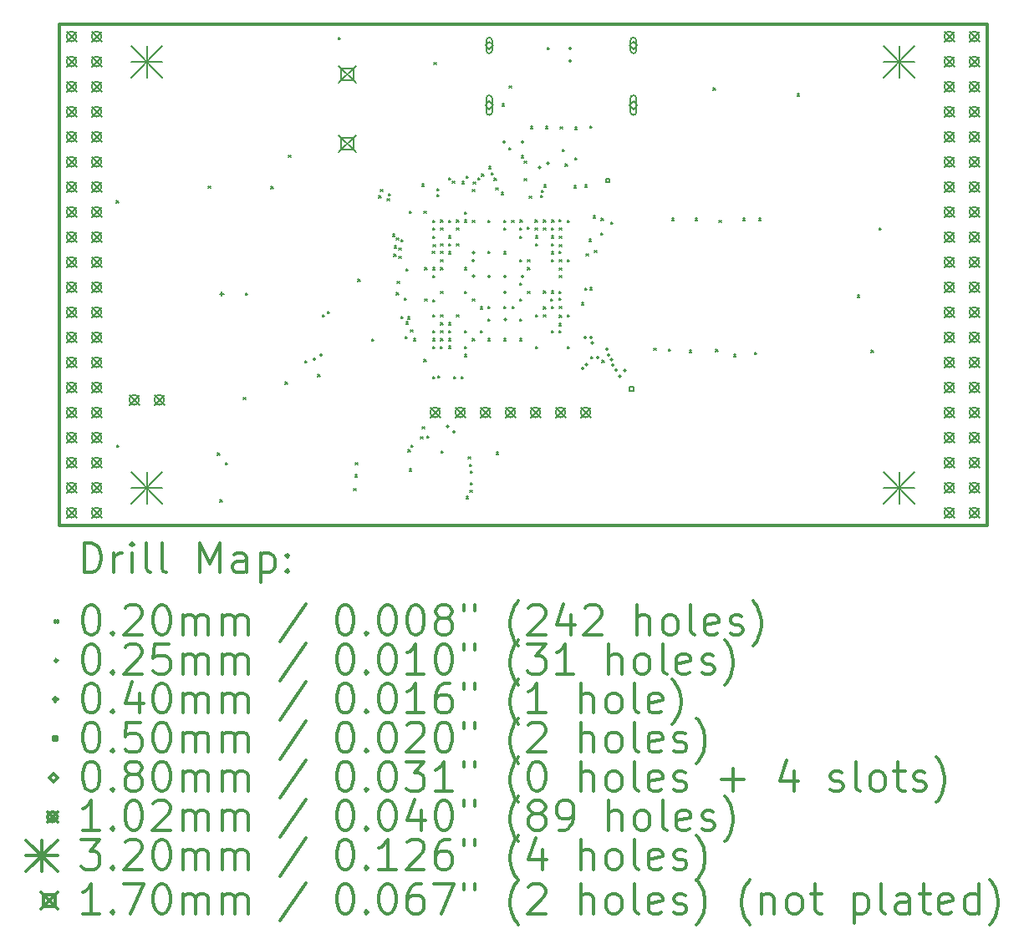
<source format=gbr>
%FSLAX45Y45*%
G04 Gerber Fmt 4.5, Leading zero omitted, Abs format (unit mm)*
G04 Created by KiCad (PCBNEW 4.0.5+dfsg1-4) date Wed May 10 16:42:42 2017*
%MOMM*%
%LPD*%
G01*
G04 APERTURE LIST*
%ADD10C,0.127000*%
%ADD11C,0.300000*%
%ADD12C,0.200000*%
G04 APERTURE END LIST*
D10*
D11*
X9410000Y-6142000D02*
X9410000Y-11222000D01*
X18808000Y-6142000D02*
X9410000Y-6142000D01*
X18808000Y-11222000D02*
X18808000Y-6142000D01*
X9410000Y-11222000D02*
X18808000Y-11222000D01*
D12*
X9991774Y-7933951D02*
X10011774Y-7953951D01*
X10011774Y-7933951D02*
X9991774Y-7953951D01*
X9998000Y-10410000D02*
X10018000Y-10430000D01*
X10018000Y-10410000D02*
X9998000Y-10430000D01*
X10924000Y-7783000D02*
X10944000Y-7803000D01*
X10944000Y-7783000D02*
X10924000Y-7803000D01*
X11018000Y-10490000D02*
X11038000Y-10510000D01*
X11038000Y-10490000D02*
X11018000Y-10510000D01*
X11042966Y-10966034D02*
X11062966Y-10986034D01*
X11062966Y-10966034D02*
X11042966Y-10986034D01*
X11098000Y-10590000D02*
X11118000Y-10610000D01*
X11118000Y-10590000D02*
X11098000Y-10610000D01*
X11278000Y-9930000D02*
X11298000Y-9950000D01*
X11298000Y-9930000D02*
X11278000Y-9950000D01*
X11298000Y-8870000D02*
X11318000Y-8890000D01*
X11318000Y-8870000D02*
X11298000Y-8890000D01*
X11559000Y-7791000D02*
X11579000Y-7811000D01*
X11579000Y-7791000D02*
X11559000Y-7811000D01*
X11702166Y-9771727D02*
X11722166Y-9791727D01*
X11722166Y-9771727D02*
X11702166Y-9791727D01*
X11738000Y-7470000D02*
X11758000Y-7490000D01*
X11758000Y-7470000D02*
X11738000Y-7490000D01*
X11903006Y-9556236D02*
X11923006Y-9576236D01*
X11923006Y-9556236D02*
X11903006Y-9576236D01*
X12033000Y-9695000D02*
X12053000Y-9715000D01*
X12053000Y-9695000D02*
X12033000Y-9715000D01*
X12078000Y-9090000D02*
X12098000Y-9110000D01*
X12098000Y-9090000D02*
X12078000Y-9110000D01*
X12130862Y-9053246D02*
X12150862Y-9073246D01*
X12150862Y-9053246D02*
X12130862Y-9073246D01*
X12238000Y-6280000D02*
X12258000Y-6300000D01*
X12258000Y-6280000D02*
X12238000Y-6300000D01*
X12398000Y-10850000D02*
X12418000Y-10870000D01*
X12418000Y-10850000D02*
X12398000Y-10870000D01*
X12410242Y-10710764D02*
X12430242Y-10730764D01*
X12430242Y-10710764D02*
X12410242Y-10730764D01*
X12415398Y-10588254D02*
X12435398Y-10608254D01*
X12435398Y-10588254D02*
X12415398Y-10608254D01*
X12438000Y-8730000D02*
X12458000Y-8750000D01*
X12458000Y-8730000D02*
X12438000Y-8750000D01*
X12579990Y-9335266D02*
X12599990Y-9355266D01*
X12599990Y-9335266D02*
X12579990Y-9355266D01*
X12650439Y-7882644D02*
X12670439Y-7902644D01*
X12670439Y-7882644D02*
X12650439Y-7902644D01*
X12667371Y-7820880D02*
X12687371Y-7840880D01*
X12687371Y-7820880D02*
X12667371Y-7840880D01*
X12734582Y-7912636D02*
X12754582Y-7932636D01*
X12754582Y-7912636D02*
X12734582Y-7932636D01*
X12746627Y-7861330D02*
X12766627Y-7881330D01*
X12766627Y-7861330D02*
X12746627Y-7881330D01*
X12791379Y-8271421D02*
X12811379Y-8291421D01*
X12811379Y-8271421D02*
X12791379Y-8291421D01*
X12804655Y-8476582D02*
X12824655Y-8496582D01*
X12824655Y-8476582D02*
X12804655Y-8496582D01*
X12807705Y-8392181D02*
X12827705Y-8412181D01*
X12827705Y-8392181D02*
X12807705Y-8412181D01*
X12828859Y-8864541D02*
X12848859Y-8884541D01*
X12848859Y-8864541D02*
X12828859Y-8884541D01*
X12829501Y-8307807D02*
X12849501Y-8327807D01*
X12849501Y-8307807D02*
X12829501Y-8327807D01*
X12837655Y-8748439D02*
X12857655Y-8768439D01*
X12857655Y-8748439D02*
X12837655Y-8768439D01*
X12854984Y-8498783D02*
X12874984Y-8518783D01*
X12874984Y-8498783D02*
X12854984Y-8518783D01*
X12855643Y-8414382D02*
X12875643Y-8434382D01*
X12875643Y-8414382D02*
X12855643Y-8434382D01*
X12874834Y-9107784D02*
X12894834Y-9127784D01*
X12894834Y-9107784D02*
X12874834Y-9127784D01*
X12877421Y-8329990D02*
X12897421Y-8349990D01*
X12897421Y-8329990D02*
X12877421Y-8349990D01*
X12911207Y-8919154D02*
X12931207Y-8939154D01*
X12931207Y-8919154D02*
X12911207Y-8939154D01*
X12918000Y-9310000D02*
X12938000Y-9330000D01*
X12938000Y-9310000D02*
X12918000Y-9330000D01*
X12927361Y-8626343D02*
X12947361Y-8646343D01*
X12947361Y-8626343D02*
X12927361Y-8646343D01*
X12927611Y-9160707D02*
X12947611Y-9180707D01*
X12947611Y-9160707D02*
X12927611Y-9180707D01*
X12944143Y-9110666D02*
X12964143Y-9130666D01*
X12964143Y-9110666D02*
X12944143Y-9130666D01*
X12946373Y-10458034D02*
X12966373Y-10478034D01*
X12966373Y-10458034D02*
X12946373Y-10478034D01*
X12958000Y-8040000D02*
X12978000Y-8060000D01*
X12978000Y-8040000D02*
X12958000Y-8060000D01*
X12958000Y-10650000D02*
X12978000Y-10670000D01*
X12978000Y-10650000D02*
X12958000Y-10670000D01*
X12971328Y-9241191D02*
X12991328Y-9261191D01*
X12991328Y-9241191D02*
X12971328Y-9261191D01*
X12978000Y-10410000D02*
X12998000Y-10430000D01*
X12998000Y-10410000D02*
X12978000Y-10430000D01*
X13002388Y-9331328D02*
X13022388Y-9351328D01*
X13022388Y-9331328D02*
X13002388Y-9351328D01*
X13073949Y-10325498D02*
X13093949Y-10345498D01*
X13093949Y-10325498D02*
X13073949Y-10345498D01*
X13087688Y-7765510D02*
X13107688Y-7785510D01*
X13107688Y-7765510D02*
X13087688Y-7785510D01*
X13091999Y-10226419D02*
X13111999Y-10246419D01*
X13111999Y-10226419D02*
X13091999Y-10246419D01*
X13108000Y-8040000D02*
X13128000Y-8060000D01*
X13128000Y-8040000D02*
X13108000Y-8060000D01*
X13109121Y-9541439D02*
X13129121Y-9561439D01*
X13129121Y-9541439D02*
X13109121Y-9561439D01*
X13118000Y-8610000D02*
X13138000Y-8630000D01*
X13138000Y-8610000D02*
X13118000Y-8630000D01*
X13118000Y-8930000D02*
X13138000Y-8950000D01*
X13138000Y-8930000D02*
X13118000Y-8950000D01*
X13135385Y-10319621D02*
X13155385Y-10339621D01*
X13155385Y-10319621D02*
X13135385Y-10339621D01*
X13193219Y-8446513D02*
X13213219Y-8466513D01*
X13213219Y-8446513D02*
X13193219Y-8466513D01*
X13197765Y-9087799D02*
X13217765Y-9107799D01*
X13217765Y-9087799D02*
X13197765Y-9107799D01*
X13198000Y-8130000D02*
X13218000Y-8150000D01*
X13218000Y-8130000D02*
X13198000Y-8150000D01*
X13198000Y-8207799D02*
X13218000Y-8227799D01*
X13218000Y-8207799D02*
X13198000Y-8227799D01*
X13198000Y-8610000D02*
X13218000Y-8630000D01*
X13218000Y-8610000D02*
X13198000Y-8630000D01*
X13198000Y-8690000D02*
X13218000Y-8710000D01*
X13218000Y-8690000D02*
X13198000Y-8710000D01*
X13198000Y-8934402D02*
X13218000Y-8954402D01*
X13218000Y-8934402D02*
X13198000Y-8954402D01*
X13198000Y-9250000D02*
X13218000Y-9270000D01*
X13218000Y-9250000D02*
X13198000Y-9270000D01*
X13198000Y-9330000D02*
X13218000Y-9350000D01*
X13218000Y-9330000D02*
X13198000Y-9350000D01*
X13198000Y-9410000D02*
X13218000Y-9430000D01*
X13218000Y-9410000D02*
X13198000Y-9430000D01*
X13198432Y-8292201D02*
X13218432Y-8312201D01*
X13218432Y-8292201D02*
X13198432Y-8312201D01*
X13199008Y-9717684D02*
X13219008Y-9737684D01*
X13219008Y-9717684D02*
X13199008Y-9737684D01*
X13201744Y-8376602D02*
X13221744Y-8396602D01*
X13221744Y-8376602D02*
X13201744Y-8396602D01*
X13210381Y-6530225D02*
X13230381Y-6550225D01*
X13230381Y-6530225D02*
X13210381Y-6550225D01*
X13240456Y-7810000D02*
X13260456Y-7830000D01*
X13260456Y-7810000D02*
X13240456Y-7830000D01*
X13240501Y-7869682D02*
X13260501Y-7889682D01*
X13260501Y-7869682D02*
X13240501Y-7889682D01*
X13250616Y-9707004D02*
X13270616Y-9727004D01*
X13270616Y-9707004D02*
X13250616Y-9727004D01*
X13274623Y-9409707D02*
X13294623Y-9429707D01*
X13294623Y-9409707D02*
X13274623Y-9429707D01*
X13277580Y-8532199D02*
X13297580Y-8552199D01*
X13297580Y-8532199D02*
X13277580Y-8552199D01*
X13278000Y-8210000D02*
X13298000Y-8230000D01*
X13298000Y-8210000D02*
X13278000Y-8230000D01*
X13278000Y-8610000D02*
X13298000Y-8630000D01*
X13298000Y-8610000D02*
X13278000Y-8630000D01*
X13278000Y-8850000D02*
X13298000Y-8870000D01*
X13298000Y-8850000D02*
X13278000Y-8870000D01*
X13278000Y-9090000D02*
X13298000Y-9110000D01*
X13298000Y-9090000D02*
X13278000Y-9110000D01*
X13278000Y-9170000D02*
X13298000Y-9190000D01*
X13298000Y-9170000D02*
X13278000Y-9190000D01*
X13278000Y-9250000D02*
X13298000Y-9270000D01*
X13298000Y-9250000D02*
X13278000Y-9270000D01*
X13278000Y-9330000D02*
X13298000Y-9350000D01*
X13298000Y-9330000D02*
X13278000Y-9350000D01*
X13278042Y-8446513D02*
X13298042Y-8466513D01*
X13298042Y-8446513D02*
X13278042Y-8466513D01*
X13278444Y-8129112D02*
X13298444Y-8149112D01*
X13298444Y-8129112D02*
X13278444Y-8149112D01*
X13278650Y-8367799D02*
X13298650Y-8387799D01*
X13298650Y-8367799D02*
X13278650Y-8387799D01*
X13281858Y-10470000D02*
X13301858Y-10490000D01*
X13301858Y-10470000D02*
X13281858Y-10490000D01*
X13356815Y-7701108D02*
X13376815Y-7721108D01*
X13376815Y-7701108D02*
X13356815Y-7721108D01*
X13357194Y-8449520D02*
X13377194Y-8469520D01*
X13377194Y-8449520D02*
X13357194Y-8469520D01*
X13358000Y-8130000D02*
X13378000Y-8150000D01*
X13378000Y-8130000D02*
X13358000Y-8150000D01*
X13358000Y-8287799D02*
X13378000Y-8307799D01*
X13378000Y-8287799D02*
X13358000Y-8307799D01*
X13358000Y-8372201D02*
X13378000Y-8392201D01*
X13378000Y-8372201D02*
X13358000Y-8392201D01*
X13358000Y-9170000D02*
X13378000Y-9190000D01*
X13378000Y-9170000D02*
X13358000Y-9190000D01*
X13358000Y-9250000D02*
X13378000Y-9270000D01*
X13378000Y-9250000D02*
X13358000Y-9270000D01*
X13358567Y-9330248D02*
X13378567Y-9350248D01*
X13378567Y-9330248D02*
X13358567Y-9350248D01*
X13359024Y-9408016D02*
X13379024Y-9428016D01*
X13379024Y-9408016D02*
X13359024Y-9428016D01*
X13395836Y-7736530D02*
X13415836Y-7756530D01*
X13415836Y-7736530D02*
X13395836Y-7756530D01*
X13409815Y-9716998D02*
X13429815Y-9736998D01*
X13429815Y-9716998D02*
X13409815Y-9736998D01*
X13438000Y-8210000D02*
X13458000Y-8230000D01*
X13458000Y-8210000D02*
X13438000Y-8230000D01*
X13438000Y-8370000D02*
X13458000Y-8390000D01*
X13458000Y-8370000D02*
X13438000Y-8390000D01*
X13438000Y-9090000D02*
X13458000Y-9110000D01*
X13458000Y-9090000D02*
X13438000Y-9110000D01*
X13438037Y-8129060D02*
X13458037Y-8149060D01*
X13458037Y-8129060D02*
X13438037Y-8149060D01*
X13487026Y-9713654D02*
X13507026Y-9733654D01*
X13507026Y-9713654D02*
X13487026Y-9733654D01*
X13495803Y-7739152D02*
X13515803Y-7759152D01*
X13515803Y-7739152D02*
X13495803Y-7759152D01*
X13517331Y-8851860D02*
X13537331Y-8871860D01*
X13537331Y-8851860D02*
X13517331Y-8871860D01*
X13517488Y-8129060D02*
X13537488Y-8149060D01*
X13537488Y-8129060D02*
X13517488Y-8149060D01*
X13518000Y-8050000D02*
X13538000Y-8070000D01*
X13538000Y-8050000D02*
X13518000Y-8070000D01*
X13518000Y-8610000D02*
X13538000Y-8630000D01*
X13538000Y-8610000D02*
X13518000Y-8630000D01*
X13518000Y-9250000D02*
X13538000Y-9270000D01*
X13538000Y-9250000D02*
X13518000Y-9270000D01*
X13518000Y-9410000D02*
X13538000Y-9430000D01*
X13538000Y-9410000D02*
X13518000Y-9430000D01*
X13518000Y-9490000D02*
X13538000Y-9510000D01*
X13538000Y-9490000D02*
X13518000Y-9510000D01*
X13537195Y-10930959D02*
X13557195Y-10950959D01*
X13557195Y-10930959D02*
X13537195Y-10950959D01*
X13537304Y-7684988D02*
X13557304Y-7704988D01*
X13557304Y-7684988D02*
X13537304Y-7704988D01*
X13558000Y-10530000D02*
X13578000Y-10550000D01*
X13578000Y-10530000D02*
X13558000Y-10550000D01*
X13567865Y-10606369D02*
X13587865Y-10626369D01*
X13587865Y-10606369D02*
X13567865Y-10626369D01*
X13575325Y-10869239D02*
X13595325Y-10889239D01*
X13595325Y-10869239D02*
X13575325Y-10889239D01*
X13575519Y-10792264D02*
X13595519Y-10812264D01*
X13595519Y-10792264D02*
X13575519Y-10812264D01*
X13578416Y-10670041D02*
X13598416Y-10690041D01*
X13598416Y-10670041D02*
X13578416Y-10690041D01*
X13598000Y-8130000D02*
X13618000Y-8150000D01*
X13618000Y-8130000D02*
X13598000Y-8150000D01*
X13598000Y-9330000D02*
X13618000Y-9350000D01*
X13618000Y-9330000D02*
X13598000Y-9350000D01*
X13598517Y-8929483D02*
X13618517Y-8949483D01*
X13618517Y-8929483D02*
X13598517Y-8949483D01*
X13600201Y-7816859D02*
X13620201Y-7836859D01*
X13620201Y-7816859D02*
X13600201Y-7836859D01*
X13607038Y-7743099D02*
X13627038Y-7763099D01*
X13627038Y-7743099D02*
X13607038Y-7763099D01*
X13654520Y-7700918D02*
X13674520Y-7720918D01*
X13674520Y-7700918D02*
X13654520Y-7720918D01*
X13678000Y-9250000D02*
X13698000Y-9270000D01*
X13698000Y-9250000D02*
X13678000Y-9270000D01*
X13678517Y-9009483D02*
X13698517Y-9029483D01*
X13698517Y-9009483D02*
X13678517Y-9029483D01*
X13692375Y-7664252D02*
X13712375Y-7684252D01*
X13712375Y-7664252D02*
X13692375Y-7684252D01*
X13756589Y-9130245D02*
X13776589Y-9150245D01*
X13776589Y-9130245D02*
X13756589Y-9150245D01*
X13758000Y-8130000D02*
X13778000Y-8150000D01*
X13778000Y-8130000D02*
X13758000Y-8150000D01*
X13758000Y-9007299D02*
X13778000Y-9027299D01*
X13778000Y-9007299D02*
X13758000Y-9027299D01*
X13758000Y-9330000D02*
X13778000Y-9350000D01*
X13778000Y-9330000D02*
X13758000Y-9350000D01*
X13758056Y-8443409D02*
X13778056Y-8463409D01*
X13778056Y-8443409D02*
X13758056Y-8463409D01*
X13765456Y-7587419D02*
X13785456Y-7607419D01*
X13785456Y-7587419D02*
X13765456Y-7607419D01*
X13787496Y-7647724D02*
X13807496Y-7667724D01*
X13807496Y-7647724D02*
X13787496Y-7667724D01*
X13819197Y-7706418D02*
X13839197Y-7726418D01*
X13839197Y-7706418D02*
X13819197Y-7726418D01*
X13837475Y-7801776D02*
X13857475Y-7821776D01*
X13857475Y-7801776D02*
X13837475Y-7821776D01*
X13840016Y-10481188D02*
X13860016Y-10501188D01*
X13860016Y-10481188D02*
X13840016Y-10501188D01*
X13893099Y-7850080D02*
X13913099Y-7870080D01*
X13913099Y-7850080D02*
X13893099Y-7870080D01*
X13898000Y-6950000D02*
X13918000Y-6970000D01*
X13918000Y-6950000D02*
X13898000Y-6970000D01*
X13917252Y-8451135D02*
X13937252Y-8471135D01*
X13937252Y-8451135D02*
X13917252Y-8471135D01*
X13918000Y-8130000D02*
X13938000Y-8150000D01*
X13938000Y-8130000D02*
X13918000Y-8150000D01*
X13918000Y-8210000D02*
X13938000Y-8230000D01*
X13938000Y-8210000D02*
X13918000Y-8230000D01*
X13918000Y-9002299D02*
X13938000Y-9022299D01*
X13938000Y-9002299D02*
X13918000Y-9022299D01*
X13918000Y-9330000D02*
X13938000Y-9350000D01*
X13938000Y-9330000D02*
X13918000Y-9350000D01*
X13968250Y-7397346D02*
X13988250Y-7417346D01*
X13988250Y-7397346D02*
X13968250Y-7417346D01*
X13972000Y-6767000D02*
X13992000Y-6787000D01*
X13992000Y-6767000D02*
X13972000Y-6787000D01*
X13998000Y-8130000D02*
X14018000Y-8150000D01*
X14018000Y-8130000D02*
X13998000Y-8150000D01*
X13999489Y-9002299D02*
X14019489Y-9022299D01*
X14019489Y-9002299D02*
X13999489Y-9022299D01*
X14076403Y-8294140D02*
X14096403Y-8314140D01*
X14096403Y-8294140D02*
X14076403Y-8314140D01*
X14077419Y-9133335D02*
X14097419Y-9153335D01*
X14097419Y-9133335D02*
X14077419Y-9153335D01*
X14078000Y-8530000D02*
X14098000Y-8550000D01*
X14098000Y-8530000D02*
X14078000Y-8550000D01*
X14078000Y-8770000D02*
X14098000Y-8790000D01*
X14098000Y-8770000D02*
X14078000Y-8790000D01*
X14078000Y-8930000D02*
X14098000Y-8950000D01*
X14098000Y-8930000D02*
X14078000Y-8950000D01*
X14078000Y-9330000D02*
X14098000Y-9350000D01*
X14098000Y-9330000D02*
X14078000Y-9350000D01*
X14080201Y-8207928D02*
X14100201Y-8227928D01*
X14100201Y-8207928D02*
X14080201Y-8227928D01*
X14082401Y-8127559D02*
X14102401Y-8147559D01*
X14102401Y-8127559D02*
X14082401Y-8147559D01*
X14094664Y-7477380D02*
X14114664Y-7497380D01*
X14114664Y-7477380D02*
X14094664Y-7497380D01*
X14122988Y-7531564D02*
X14142988Y-7551564D01*
X14142988Y-7531564D02*
X14122988Y-7551564D01*
X14124602Y-7707029D02*
X14144602Y-7727029D01*
X14144602Y-7707029D02*
X14124602Y-7727029D01*
X14155799Y-8203034D02*
X14175799Y-8223034D01*
X14175799Y-8203034D02*
X14155799Y-8223034D01*
X14158000Y-8530000D02*
X14178000Y-8550000D01*
X14178000Y-8530000D02*
X14158000Y-8550000D01*
X14158000Y-8610000D02*
X14178000Y-8630000D01*
X14178000Y-8610000D02*
X14158000Y-8630000D01*
X14158000Y-8850000D02*
X14178000Y-8870000D01*
X14178000Y-8850000D02*
X14158000Y-8870000D01*
X14175304Y-7886864D02*
X14195304Y-7906864D01*
X14195304Y-7886864D02*
X14175304Y-7906864D01*
X14188614Y-7179985D02*
X14208614Y-7199985D01*
X14208614Y-7179985D02*
X14188614Y-7199985D01*
X14235799Y-8128224D02*
X14255799Y-8148224D01*
X14255799Y-8128224D02*
X14235799Y-8148224D01*
X14235799Y-8209139D02*
X14255799Y-8229139D01*
X14255799Y-8209139D02*
X14235799Y-8229139D01*
X14237355Y-8289891D02*
X14257355Y-8309891D01*
X14257355Y-8289891D02*
X14237355Y-8309891D01*
X14238000Y-8370000D02*
X14258000Y-8390000D01*
X14258000Y-8370000D02*
X14238000Y-8390000D01*
X14238000Y-9090000D02*
X14258000Y-9110000D01*
X14258000Y-9090000D02*
X14238000Y-9110000D01*
X14238000Y-9410000D02*
X14258000Y-9430000D01*
X14258000Y-9410000D02*
X14238000Y-9430000D01*
X14291994Y-7880304D02*
X14311994Y-7900304D01*
X14311994Y-7880304D02*
X14291994Y-7900304D01*
X14298670Y-7828027D02*
X14318670Y-7848027D01*
X14318670Y-7828027D02*
X14298670Y-7848027D01*
X14317803Y-8849503D02*
X14337803Y-8869503D01*
X14337803Y-8849503D02*
X14317803Y-8869503D01*
X14318000Y-9090000D02*
X14338000Y-9110000D01*
X14338000Y-9090000D02*
X14318000Y-9110000D01*
X14318182Y-9010195D02*
X14338182Y-9030195D01*
X14338182Y-9010195D02*
X14318182Y-9030195D01*
X14320201Y-8128173D02*
X14340201Y-8148173D01*
X14340201Y-8128173D02*
X14320201Y-8148173D01*
X14320201Y-8209499D02*
X14340201Y-8229499D01*
X14340201Y-8209499D02*
X14320201Y-8229499D01*
X14322321Y-7773748D02*
X14342321Y-7793748D01*
X14342321Y-7773748D02*
X14322321Y-7793748D01*
X14338000Y-7180000D02*
X14358000Y-7200000D01*
X14358000Y-7180000D02*
X14338000Y-7200000D01*
X14358000Y-6380000D02*
X14378000Y-6400000D01*
X14378000Y-6380000D02*
X14358000Y-6400000D01*
X14393579Y-8929761D02*
X14413579Y-8949761D01*
X14413579Y-8929761D02*
X14393579Y-8949761D01*
X14397690Y-8208645D02*
X14417690Y-8228645D01*
X14417690Y-8208645D02*
X14397690Y-8228645D01*
X14398000Y-8290000D02*
X14418000Y-8310000D01*
X14418000Y-8290000D02*
X14398000Y-8310000D01*
X14398000Y-8370000D02*
X14418000Y-8390000D01*
X14418000Y-8370000D02*
X14398000Y-8390000D01*
X14398000Y-8450000D02*
X14418000Y-8470000D01*
X14418000Y-8450000D02*
X14398000Y-8470000D01*
X14398000Y-9250000D02*
X14418000Y-9270000D01*
X14418000Y-9250000D02*
X14398000Y-9270000D01*
X14398052Y-8529722D02*
X14418052Y-8549722D01*
X14418052Y-8529722D02*
X14398052Y-8549722D01*
X14398242Y-9003286D02*
X14418242Y-9023286D01*
X14418242Y-9003286D02*
X14398242Y-9023286D01*
X14398283Y-8848451D02*
X14418283Y-8868451D01*
X14418283Y-8848451D02*
X14398283Y-8868451D01*
X14404602Y-8127478D02*
X14424602Y-8147478D01*
X14424602Y-8127478D02*
X14404602Y-8147478D01*
X14476639Y-8123398D02*
X14496639Y-8143398D01*
X14496639Y-8123398D02*
X14476639Y-8143398D01*
X14476942Y-8918885D02*
X14496942Y-8938885D01*
X14496942Y-8918885D02*
X14476942Y-8938885D01*
X14477765Y-8852201D02*
X14497765Y-8872201D01*
X14497765Y-8852201D02*
X14477765Y-8872201D01*
X14477769Y-8443293D02*
X14497769Y-8463293D01*
X14497769Y-8443293D02*
X14477769Y-8463293D01*
X14478235Y-9247799D02*
X14498235Y-9267799D01*
X14498235Y-9247799D02*
X14478235Y-9267799D01*
X14478278Y-9177765D02*
X14498278Y-9197765D01*
X14498278Y-9177765D02*
X14478278Y-9197765D01*
X14478509Y-8207799D02*
X14498509Y-8227799D01*
X14498509Y-8207799D02*
X14478509Y-8227799D01*
X14478522Y-9092124D02*
X14498522Y-9112124D01*
X14498522Y-9092124D02*
X14478522Y-9112124D01*
X14478569Y-9003286D02*
X14498569Y-9023286D01*
X14498569Y-9003286D02*
X14478569Y-9023286D01*
X14478654Y-8528519D02*
X14498654Y-8548519D01*
X14498654Y-8528519D02*
X14478654Y-8548519D01*
X14478856Y-8689382D02*
X14498856Y-8709382D01*
X14498856Y-8689382D02*
X14478856Y-8709382D01*
X14479038Y-8376602D02*
X14499038Y-8396602D01*
X14499038Y-8376602D02*
X14479038Y-8396602D01*
X14479410Y-8292201D02*
X14499410Y-8312201D01*
X14499410Y-8292201D02*
X14479410Y-8312201D01*
X14480128Y-8616874D02*
X14500128Y-8636874D01*
X14500128Y-8616874D02*
X14480128Y-8636874D01*
X14489219Y-7183586D02*
X14509219Y-7203586D01*
X14509219Y-7183586D02*
X14489219Y-7203586D01*
X14507287Y-7414054D02*
X14527287Y-7434054D01*
X14527287Y-7414054D02*
X14507287Y-7434054D01*
X14539400Y-7561857D02*
X14559400Y-7581857D01*
X14559400Y-7561857D02*
X14539400Y-7581857D01*
X14558000Y-8130000D02*
X14578000Y-8150000D01*
X14578000Y-8130000D02*
X14558000Y-8150000D01*
X14558000Y-8532201D02*
X14578000Y-8552201D01*
X14578000Y-8532201D02*
X14558000Y-8552201D01*
X14558000Y-9090000D02*
X14578000Y-9110000D01*
X14578000Y-9090000D02*
X14558000Y-9110000D01*
X14558000Y-9410000D02*
X14578000Y-9430000D01*
X14578000Y-9410000D02*
X14558000Y-9430000D01*
X14628717Y-7781899D02*
X14648717Y-7801899D01*
X14648717Y-7781899D02*
X14628717Y-7801899D01*
X14635665Y-7495669D02*
X14655665Y-7515669D01*
X14655665Y-7495669D02*
X14635665Y-7515669D01*
X14639044Y-7187627D02*
X14659044Y-7207627D01*
X14659044Y-7187627D02*
X14639044Y-7207627D01*
X14702416Y-8967930D02*
X14722416Y-8987930D01*
X14722416Y-8967930D02*
X14702416Y-8987930D01*
X14737332Y-8820126D02*
X14757332Y-8840126D01*
X14757332Y-8820126D02*
X14737332Y-8840126D01*
X14738000Y-7772201D02*
X14758000Y-7792201D01*
X14758000Y-7772201D02*
X14738000Y-7792201D01*
X14751169Y-8471101D02*
X14771169Y-8491101D01*
X14771169Y-8471101D02*
X14751169Y-8491101D01*
X14780411Y-8322869D02*
X14800411Y-8342869D01*
X14800411Y-8322869D02*
X14780411Y-8342869D01*
X14788706Y-7177496D02*
X14808706Y-7197496D01*
X14808706Y-7177496D02*
X14788706Y-7197496D01*
X14789768Y-8814844D02*
X14809768Y-8834844D01*
X14809768Y-8814844D02*
X14789768Y-8834844D01*
X14797412Y-9512933D02*
X14817412Y-9532933D01*
X14817412Y-9512933D02*
X14797412Y-9532933D01*
X14823777Y-8087578D02*
X14843777Y-8107578D01*
X14843777Y-8087578D02*
X14823777Y-8107578D01*
X14834103Y-8439815D02*
X14854103Y-8459815D01*
X14854103Y-8439815D02*
X14834103Y-8459815D01*
X14901003Y-8261055D02*
X14921003Y-8281055D01*
X14921003Y-8261055D02*
X14901003Y-8281055D01*
X14903191Y-8110201D02*
X14923191Y-8130201D01*
X14923191Y-8110201D02*
X14903191Y-8130201D01*
X14910771Y-9550529D02*
X14930771Y-9570529D01*
X14930771Y-9550529D02*
X14910771Y-9570529D01*
X14998000Y-8150000D02*
X15018000Y-8170000D01*
X15018000Y-8150000D02*
X14998000Y-8170000D01*
X15438000Y-9430000D02*
X15458000Y-9450000D01*
X15458000Y-9430000D02*
X15438000Y-9450000D01*
X15584572Y-9434482D02*
X15604572Y-9454482D01*
X15604572Y-9434482D02*
X15584572Y-9454482D01*
X15618000Y-8110000D02*
X15638000Y-8130000D01*
X15638000Y-8110000D02*
X15618000Y-8130000D01*
X15798000Y-9450000D02*
X15818000Y-9470000D01*
X15818000Y-9450000D02*
X15798000Y-9470000D01*
X15858000Y-8110000D02*
X15878000Y-8130000D01*
X15878000Y-8110000D02*
X15858000Y-8130000D01*
X16038000Y-6790000D02*
X16058000Y-6810000D01*
X16058000Y-6790000D02*
X16038000Y-6810000D01*
X16063480Y-9440558D02*
X16083480Y-9460558D01*
X16083480Y-9440558D02*
X16063480Y-9460558D01*
X16098000Y-8130000D02*
X16118000Y-8150000D01*
X16118000Y-8130000D02*
X16098000Y-8150000D01*
X16246000Y-9490000D02*
X16266000Y-9510000D01*
X16266000Y-9490000D02*
X16246000Y-9510000D01*
X16338000Y-8110000D02*
X16358000Y-8130000D01*
X16358000Y-8110000D02*
X16338000Y-8130000D01*
X16455377Y-9472555D02*
X16475377Y-9492555D01*
X16475377Y-9472555D02*
X16455377Y-9492555D01*
X16498000Y-8110000D02*
X16518000Y-8130000D01*
X16518000Y-8110000D02*
X16498000Y-8130000D01*
X16889000Y-6850000D02*
X16909000Y-6870000D01*
X16909000Y-6850000D02*
X16889000Y-6870000D01*
X17498000Y-8890000D02*
X17518000Y-8910000D01*
X17518000Y-8890000D02*
X17498000Y-8910000D01*
X17638000Y-9450000D02*
X17658000Y-9470000D01*
X17658000Y-9450000D02*
X17638000Y-9470000D01*
X17718000Y-8210000D02*
X17738000Y-8230000D01*
X17738000Y-8210000D02*
X17718000Y-8230000D01*
X12010516Y-9541295D02*
G75*
G03X12010516Y-9541295I-12700J0D01*
G01*
X12076103Y-9497760D02*
G75*
G03X12076103Y-9497760I-12700J0D01*
G01*
X13357629Y-10223262D02*
G75*
G03X13357629Y-10223262I-12700J0D01*
G01*
X13420141Y-10275223D02*
G75*
G03X13420141Y-10275223I-12700J0D01*
G01*
X13620700Y-8460000D02*
G75*
G03X13620700Y-8460000I-12700J0D01*
G01*
X13620700Y-8540000D02*
G75*
G03X13620700Y-8540000I-12700J0D01*
G01*
X13623799Y-8699540D02*
G75*
G03X13623799Y-8699540I-12700J0D01*
G01*
X13780700Y-8700000D02*
G75*
G03X13780700Y-8700000I-12700J0D01*
G01*
X13931242Y-7337804D02*
G75*
G03X13931242Y-7337804I-12700J0D01*
G01*
X13940700Y-8700000D02*
G75*
G03X13940700Y-8700000I-12700J0D01*
G01*
X13940700Y-8860000D02*
G75*
G03X13940700Y-8860000I-12700J0D01*
G01*
X13943964Y-9135970D02*
G75*
G03X13943964Y-9135970I-12700J0D01*
G01*
X14115614Y-7339101D02*
G75*
G03X14115614Y-7339101I-12700J0D01*
G01*
X14116986Y-8699500D02*
G75*
G03X14116986Y-8699500I-12700J0D01*
G01*
X14290285Y-7593915D02*
G75*
G03X14290285Y-7593915I-12700J0D01*
G01*
X14375267Y-7552125D02*
G75*
G03X14375267Y-7552125I-12700J0D01*
G01*
X14597886Y-6518923D02*
G75*
G03X14597886Y-6518923I-12700J0D01*
G01*
X14600073Y-6392085D02*
G75*
G03X14600073Y-6392085I-12700J0D01*
G01*
X14725899Y-9634801D02*
G75*
G03X14725899Y-9634801I-12700J0D01*
G01*
X14752909Y-9320901D02*
G75*
G03X14752909Y-9320901I-12700J0D01*
G01*
X14765370Y-9592166D02*
G75*
G03X14765370Y-9592166I-12700J0D01*
G01*
X14810990Y-9319373D02*
G75*
G03X14810990Y-9319373I-12700J0D01*
G01*
X14823724Y-9376062D02*
G75*
G03X14823724Y-9376062I-12700J0D01*
G01*
X14878093Y-9523995D02*
G75*
G03X14878093Y-9523995I-12700J0D01*
G01*
X14974686Y-9437887D02*
G75*
G03X14974686Y-9437887I-12700J0D01*
G01*
X14990624Y-9494419D02*
G75*
G03X14990624Y-9494419I-12700J0D01*
G01*
X15019903Y-9544603D02*
G75*
G03X15019903Y-9544603I-12700J0D01*
G01*
X15032486Y-9601326D02*
G75*
G03X15032486Y-9601326I-12700J0D01*
G01*
X15064591Y-9649751D02*
G75*
G03X15064591Y-9649751I-12700J0D01*
G01*
X15102216Y-9710492D02*
G75*
G03X15102216Y-9710492I-12700J0D01*
G01*
X15155392Y-9652519D02*
G75*
G03X15155392Y-9652519I-12700J0D01*
G01*
X11059366Y-8855671D02*
X11059366Y-8895671D01*
X11039366Y-8875671D02*
X11079366Y-8875671D01*
X14988751Y-7746651D02*
X14988751Y-7711296D01*
X14953396Y-7711296D01*
X14953396Y-7746651D01*
X14988751Y-7746651D01*
X15227178Y-9857678D02*
X15227178Y-9822322D01*
X15191822Y-9822322D01*
X15191822Y-9857678D01*
X15227178Y-9857678D01*
X13768000Y-6400000D02*
X13808000Y-6360000D01*
X13768000Y-6320000D01*
X13728000Y-6360000D01*
X13768000Y-6400000D01*
X13738000Y-6310000D02*
X13738000Y-6410000D01*
X13798000Y-6310000D02*
X13798000Y-6410000D01*
X13738000Y-6410000D02*
G75*
G03X13798000Y-6410000I30000J0D01*
G01*
X13798000Y-6310000D02*
G75*
G03X13738000Y-6310000I-30000J0D01*
G01*
X13768000Y-7005000D02*
X13808000Y-6965000D01*
X13768000Y-6925000D01*
X13728000Y-6965000D01*
X13768000Y-7005000D01*
X13738000Y-6895000D02*
X13738000Y-7035000D01*
X13798000Y-6895000D02*
X13798000Y-7035000D01*
X13738000Y-7035000D02*
G75*
G03X13798000Y-7035000I30000J0D01*
G01*
X13798000Y-6895000D02*
G75*
G03X13738000Y-6895000I-30000J0D01*
G01*
X15228000Y-6400000D02*
X15268000Y-6360000D01*
X15228000Y-6320000D01*
X15188000Y-6360000D01*
X15228000Y-6400000D01*
X15198000Y-6310000D02*
X15198000Y-6410000D01*
X15258000Y-6310000D02*
X15258000Y-6410000D01*
X15198000Y-6410000D02*
G75*
G03X15258000Y-6410000I30000J0D01*
G01*
X15258000Y-6310000D02*
G75*
G03X15198000Y-6310000I-30000J0D01*
G01*
X15228000Y-7005000D02*
X15268000Y-6965000D01*
X15228000Y-6925000D01*
X15188000Y-6965000D01*
X15228000Y-7005000D01*
X15198000Y-6895000D02*
X15198000Y-7035000D01*
X15258000Y-6895000D02*
X15258000Y-7035000D01*
X15198000Y-7035000D02*
G75*
G03X15258000Y-7035000I30000J0D01*
G01*
X15258000Y-6895000D02*
G75*
G03X15198000Y-6895000I-30000J0D01*
G01*
X9486200Y-6218200D02*
X9587800Y-6319800D01*
X9587800Y-6218200D02*
X9486200Y-6319800D01*
X9587800Y-6269000D02*
G75*
G03X9587800Y-6269000I-50800J0D01*
G01*
X9486200Y-6472200D02*
X9587800Y-6573800D01*
X9587800Y-6472200D02*
X9486200Y-6573800D01*
X9587800Y-6523000D02*
G75*
G03X9587800Y-6523000I-50800J0D01*
G01*
X9486200Y-6726200D02*
X9587800Y-6827800D01*
X9587800Y-6726200D02*
X9486200Y-6827800D01*
X9587800Y-6777000D02*
G75*
G03X9587800Y-6777000I-50800J0D01*
G01*
X9486200Y-6980200D02*
X9587800Y-7081800D01*
X9587800Y-6980200D02*
X9486200Y-7081800D01*
X9587800Y-7031000D02*
G75*
G03X9587800Y-7031000I-50800J0D01*
G01*
X9486200Y-7234200D02*
X9587800Y-7335800D01*
X9587800Y-7234200D02*
X9486200Y-7335800D01*
X9587800Y-7285000D02*
G75*
G03X9587800Y-7285000I-50800J0D01*
G01*
X9486200Y-7488200D02*
X9587800Y-7589800D01*
X9587800Y-7488200D02*
X9486200Y-7589800D01*
X9587800Y-7539000D02*
G75*
G03X9587800Y-7539000I-50800J0D01*
G01*
X9486200Y-7742200D02*
X9587800Y-7843800D01*
X9587800Y-7742200D02*
X9486200Y-7843800D01*
X9587800Y-7793000D02*
G75*
G03X9587800Y-7793000I-50800J0D01*
G01*
X9486200Y-7996200D02*
X9587800Y-8097800D01*
X9587800Y-7996200D02*
X9486200Y-8097800D01*
X9587800Y-8047000D02*
G75*
G03X9587800Y-8047000I-50800J0D01*
G01*
X9486200Y-8250200D02*
X9587800Y-8351800D01*
X9587800Y-8250200D02*
X9486200Y-8351800D01*
X9587800Y-8301000D02*
G75*
G03X9587800Y-8301000I-50800J0D01*
G01*
X9486200Y-8504200D02*
X9587800Y-8605800D01*
X9587800Y-8504200D02*
X9486200Y-8605800D01*
X9587800Y-8555000D02*
G75*
G03X9587800Y-8555000I-50800J0D01*
G01*
X9486200Y-8758200D02*
X9587800Y-8859800D01*
X9587800Y-8758200D02*
X9486200Y-8859800D01*
X9587800Y-8809000D02*
G75*
G03X9587800Y-8809000I-50800J0D01*
G01*
X9486200Y-9012200D02*
X9587800Y-9113800D01*
X9587800Y-9012200D02*
X9486200Y-9113800D01*
X9587800Y-9063000D02*
G75*
G03X9587800Y-9063000I-50800J0D01*
G01*
X9486200Y-9266200D02*
X9587800Y-9367800D01*
X9587800Y-9266200D02*
X9486200Y-9367800D01*
X9587800Y-9317000D02*
G75*
G03X9587800Y-9317000I-50800J0D01*
G01*
X9486200Y-9520200D02*
X9587800Y-9621800D01*
X9587800Y-9520200D02*
X9486200Y-9621800D01*
X9587800Y-9571000D02*
G75*
G03X9587800Y-9571000I-50800J0D01*
G01*
X9486200Y-9774200D02*
X9587800Y-9875800D01*
X9587800Y-9774200D02*
X9486200Y-9875800D01*
X9587800Y-9825000D02*
G75*
G03X9587800Y-9825000I-50800J0D01*
G01*
X9486200Y-10028200D02*
X9587800Y-10129800D01*
X9587800Y-10028200D02*
X9486200Y-10129800D01*
X9587800Y-10079000D02*
G75*
G03X9587800Y-10079000I-50800J0D01*
G01*
X9486200Y-10282200D02*
X9587800Y-10383800D01*
X9587800Y-10282200D02*
X9486200Y-10383800D01*
X9587800Y-10333000D02*
G75*
G03X9587800Y-10333000I-50800J0D01*
G01*
X9486200Y-10536200D02*
X9587800Y-10637800D01*
X9587800Y-10536200D02*
X9486200Y-10637800D01*
X9587800Y-10587000D02*
G75*
G03X9587800Y-10587000I-50800J0D01*
G01*
X9486200Y-10790200D02*
X9587800Y-10891800D01*
X9587800Y-10790200D02*
X9486200Y-10891800D01*
X9587800Y-10841000D02*
G75*
G03X9587800Y-10841000I-50800J0D01*
G01*
X9486200Y-11044200D02*
X9587800Y-11145800D01*
X9587800Y-11044200D02*
X9486200Y-11145800D01*
X9587800Y-11095000D02*
G75*
G03X9587800Y-11095000I-50800J0D01*
G01*
X9740200Y-6218200D02*
X9841800Y-6319800D01*
X9841800Y-6218200D02*
X9740200Y-6319800D01*
X9841800Y-6269000D02*
G75*
G03X9841800Y-6269000I-50800J0D01*
G01*
X9740200Y-6472200D02*
X9841800Y-6573800D01*
X9841800Y-6472200D02*
X9740200Y-6573800D01*
X9841800Y-6523000D02*
G75*
G03X9841800Y-6523000I-50800J0D01*
G01*
X9740200Y-6726200D02*
X9841800Y-6827800D01*
X9841800Y-6726200D02*
X9740200Y-6827800D01*
X9841800Y-6777000D02*
G75*
G03X9841800Y-6777000I-50800J0D01*
G01*
X9740200Y-6980200D02*
X9841800Y-7081800D01*
X9841800Y-6980200D02*
X9740200Y-7081800D01*
X9841800Y-7031000D02*
G75*
G03X9841800Y-7031000I-50800J0D01*
G01*
X9740200Y-7234200D02*
X9841800Y-7335800D01*
X9841800Y-7234200D02*
X9740200Y-7335800D01*
X9841800Y-7285000D02*
G75*
G03X9841800Y-7285000I-50800J0D01*
G01*
X9740200Y-7488200D02*
X9841800Y-7589800D01*
X9841800Y-7488200D02*
X9740200Y-7589800D01*
X9841800Y-7539000D02*
G75*
G03X9841800Y-7539000I-50800J0D01*
G01*
X9740200Y-7742200D02*
X9841800Y-7843800D01*
X9841800Y-7742200D02*
X9740200Y-7843800D01*
X9841800Y-7793000D02*
G75*
G03X9841800Y-7793000I-50800J0D01*
G01*
X9740200Y-7996200D02*
X9841800Y-8097800D01*
X9841800Y-7996200D02*
X9740200Y-8097800D01*
X9841800Y-8047000D02*
G75*
G03X9841800Y-8047000I-50800J0D01*
G01*
X9740200Y-8250200D02*
X9841800Y-8351800D01*
X9841800Y-8250200D02*
X9740200Y-8351800D01*
X9841800Y-8301000D02*
G75*
G03X9841800Y-8301000I-50800J0D01*
G01*
X9740200Y-8504200D02*
X9841800Y-8605800D01*
X9841800Y-8504200D02*
X9740200Y-8605800D01*
X9841800Y-8555000D02*
G75*
G03X9841800Y-8555000I-50800J0D01*
G01*
X9740200Y-8758200D02*
X9841800Y-8859800D01*
X9841800Y-8758200D02*
X9740200Y-8859800D01*
X9841800Y-8809000D02*
G75*
G03X9841800Y-8809000I-50800J0D01*
G01*
X9740200Y-9012200D02*
X9841800Y-9113800D01*
X9841800Y-9012200D02*
X9740200Y-9113800D01*
X9841800Y-9063000D02*
G75*
G03X9841800Y-9063000I-50800J0D01*
G01*
X9740200Y-9266200D02*
X9841800Y-9367800D01*
X9841800Y-9266200D02*
X9740200Y-9367800D01*
X9841800Y-9317000D02*
G75*
G03X9841800Y-9317000I-50800J0D01*
G01*
X9740200Y-9520200D02*
X9841800Y-9621800D01*
X9841800Y-9520200D02*
X9740200Y-9621800D01*
X9841800Y-9571000D02*
G75*
G03X9841800Y-9571000I-50800J0D01*
G01*
X9740200Y-9774200D02*
X9841800Y-9875800D01*
X9841800Y-9774200D02*
X9740200Y-9875800D01*
X9841800Y-9825000D02*
G75*
G03X9841800Y-9825000I-50800J0D01*
G01*
X9740200Y-10028200D02*
X9841800Y-10129800D01*
X9841800Y-10028200D02*
X9740200Y-10129800D01*
X9841800Y-10079000D02*
G75*
G03X9841800Y-10079000I-50800J0D01*
G01*
X9740200Y-10282200D02*
X9841800Y-10383800D01*
X9841800Y-10282200D02*
X9740200Y-10383800D01*
X9841800Y-10333000D02*
G75*
G03X9841800Y-10333000I-50800J0D01*
G01*
X9740200Y-10536200D02*
X9841800Y-10637800D01*
X9841800Y-10536200D02*
X9740200Y-10637800D01*
X9841800Y-10587000D02*
G75*
G03X9841800Y-10587000I-50800J0D01*
G01*
X9740200Y-10790200D02*
X9841800Y-10891800D01*
X9841800Y-10790200D02*
X9740200Y-10891800D01*
X9841800Y-10841000D02*
G75*
G03X9841800Y-10841000I-50800J0D01*
G01*
X9740200Y-11044200D02*
X9841800Y-11145800D01*
X9841800Y-11044200D02*
X9740200Y-11145800D01*
X9841800Y-11095000D02*
G75*
G03X9841800Y-11095000I-50800J0D01*
G01*
X10121200Y-9901200D02*
X10222800Y-10002800D01*
X10222800Y-9901200D02*
X10121200Y-10002800D01*
X10222800Y-9952000D02*
G75*
G03X10222800Y-9952000I-50800J0D01*
G01*
X10375200Y-9901200D02*
X10476800Y-10002800D01*
X10476800Y-9901200D02*
X10375200Y-10002800D01*
X10476800Y-9952000D02*
G75*
G03X10476800Y-9952000I-50800J0D01*
G01*
X13169200Y-10028200D02*
X13270800Y-10129800D01*
X13270800Y-10028200D02*
X13169200Y-10129800D01*
X13270800Y-10079000D02*
G75*
G03X13270800Y-10079000I-50800J0D01*
G01*
X13423200Y-10028200D02*
X13524800Y-10129800D01*
X13524800Y-10028200D02*
X13423200Y-10129800D01*
X13524800Y-10079000D02*
G75*
G03X13524800Y-10079000I-50800J0D01*
G01*
X13677200Y-10028200D02*
X13778800Y-10129800D01*
X13778800Y-10028200D02*
X13677200Y-10129800D01*
X13778800Y-10079000D02*
G75*
G03X13778800Y-10079000I-50800J0D01*
G01*
X13931200Y-10028200D02*
X14032800Y-10129800D01*
X14032800Y-10028200D02*
X13931200Y-10129800D01*
X14032800Y-10079000D02*
G75*
G03X14032800Y-10079000I-50800J0D01*
G01*
X14185200Y-10028200D02*
X14286800Y-10129800D01*
X14286800Y-10028200D02*
X14185200Y-10129800D01*
X14286800Y-10079000D02*
G75*
G03X14286800Y-10079000I-50800J0D01*
G01*
X14439200Y-10028200D02*
X14540800Y-10129800D01*
X14540800Y-10028200D02*
X14439200Y-10129800D01*
X14540800Y-10079000D02*
G75*
G03X14540800Y-10079000I-50800J0D01*
G01*
X14693200Y-10028200D02*
X14794800Y-10129800D01*
X14794800Y-10028200D02*
X14693200Y-10129800D01*
X14794800Y-10079000D02*
G75*
G03X14794800Y-10079000I-50800J0D01*
G01*
X18376200Y-6218200D02*
X18477800Y-6319800D01*
X18477800Y-6218200D02*
X18376200Y-6319800D01*
X18477800Y-6269000D02*
G75*
G03X18477800Y-6269000I-50800J0D01*
G01*
X18376200Y-6472200D02*
X18477800Y-6573800D01*
X18477800Y-6472200D02*
X18376200Y-6573800D01*
X18477800Y-6523000D02*
G75*
G03X18477800Y-6523000I-50800J0D01*
G01*
X18376200Y-6726200D02*
X18477800Y-6827800D01*
X18477800Y-6726200D02*
X18376200Y-6827800D01*
X18477800Y-6777000D02*
G75*
G03X18477800Y-6777000I-50800J0D01*
G01*
X18376200Y-6980200D02*
X18477800Y-7081800D01*
X18477800Y-6980200D02*
X18376200Y-7081800D01*
X18477800Y-7031000D02*
G75*
G03X18477800Y-7031000I-50800J0D01*
G01*
X18376200Y-7234200D02*
X18477800Y-7335800D01*
X18477800Y-7234200D02*
X18376200Y-7335800D01*
X18477800Y-7285000D02*
G75*
G03X18477800Y-7285000I-50800J0D01*
G01*
X18376200Y-7488200D02*
X18477800Y-7589800D01*
X18477800Y-7488200D02*
X18376200Y-7589800D01*
X18477800Y-7539000D02*
G75*
G03X18477800Y-7539000I-50800J0D01*
G01*
X18376200Y-7742200D02*
X18477800Y-7843800D01*
X18477800Y-7742200D02*
X18376200Y-7843800D01*
X18477800Y-7793000D02*
G75*
G03X18477800Y-7793000I-50800J0D01*
G01*
X18376200Y-7996200D02*
X18477800Y-8097800D01*
X18477800Y-7996200D02*
X18376200Y-8097800D01*
X18477800Y-8047000D02*
G75*
G03X18477800Y-8047000I-50800J0D01*
G01*
X18376200Y-8250200D02*
X18477800Y-8351800D01*
X18477800Y-8250200D02*
X18376200Y-8351800D01*
X18477800Y-8301000D02*
G75*
G03X18477800Y-8301000I-50800J0D01*
G01*
X18376200Y-8504200D02*
X18477800Y-8605800D01*
X18477800Y-8504200D02*
X18376200Y-8605800D01*
X18477800Y-8555000D02*
G75*
G03X18477800Y-8555000I-50800J0D01*
G01*
X18376200Y-8758200D02*
X18477800Y-8859800D01*
X18477800Y-8758200D02*
X18376200Y-8859800D01*
X18477800Y-8809000D02*
G75*
G03X18477800Y-8809000I-50800J0D01*
G01*
X18376200Y-9012200D02*
X18477800Y-9113800D01*
X18477800Y-9012200D02*
X18376200Y-9113800D01*
X18477800Y-9063000D02*
G75*
G03X18477800Y-9063000I-50800J0D01*
G01*
X18376200Y-9266200D02*
X18477800Y-9367800D01*
X18477800Y-9266200D02*
X18376200Y-9367800D01*
X18477800Y-9317000D02*
G75*
G03X18477800Y-9317000I-50800J0D01*
G01*
X18376200Y-9520200D02*
X18477800Y-9621800D01*
X18477800Y-9520200D02*
X18376200Y-9621800D01*
X18477800Y-9571000D02*
G75*
G03X18477800Y-9571000I-50800J0D01*
G01*
X18376200Y-9774200D02*
X18477800Y-9875800D01*
X18477800Y-9774200D02*
X18376200Y-9875800D01*
X18477800Y-9825000D02*
G75*
G03X18477800Y-9825000I-50800J0D01*
G01*
X18376200Y-10028200D02*
X18477800Y-10129800D01*
X18477800Y-10028200D02*
X18376200Y-10129800D01*
X18477800Y-10079000D02*
G75*
G03X18477800Y-10079000I-50800J0D01*
G01*
X18376200Y-10282200D02*
X18477800Y-10383800D01*
X18477800Y-10282200D02*
X18376200Y-10383800D01*
X18477800Y-10333000D02*
G75*
G03X18477800Y-10333000I-50800J0D01*
G01*
X18376200Y-10536200D02*
X18477800Y-10637800D01*
X18477800Y-10536200D02*
X18376200Y-10637800D01*
X18477800Y-10587000D02*
G75*
G03X18477800Y-10587000I-50800J0D01*
G01*
X18376200Y-10790200D02*
X18477800Y-10891800D01*
X18477800Y-10790200D02*
X18376200Y-10891800D01*
X18477800Y-10841000D02*
G75*
G03X18477800Y-10841000I-50800J0D01*
G01*
X18376200Y-11044200D02*
X18477800Y-11145800D01*
X18477800Y-11044200D02*
X18376200Y-11145800D01*
X18477800Y-11095000D02*
G75*
G03X18477800Y-11095000I-50800J0D01*
G01*
X18630200Y-6218200D02*
X18731800Y-6319800D01*
X18731800Y-6218200D02*
X18630200Y-6319800D01*
X18731800Y-6269000D02*
G75*
G03X18731800Y-6269000I-50800J0D01*
G01*
X18630200Y-6472200D02*
X18731800Y-6573800D01*
X18731800Y-6472200D02*
X18630200Y-6573800D01*
X18731800Y-6523000D02*
G75*
G03X18731800Y-6523000I-50800J0D01*
G01*
X18630200Y-6726200D02*
X18731800Y-6827800D01*
X18731800Y-6726200D02*
X18630200Y-6827800D01*
X18731800Y-6777000D02*
G75*
G03X18731800Y-6777000I-50800J0D01*
G01*
X18630200Y-6980200D02*
X18731800Y-7081800D01*
X18731800Y-6980200D02*
X18630200Y-7081800D01*
X18731800Y-7031000D02*
G75*
G03X18731800Y-7031000I-50800J0D01*
G01*
X18630200Y-7234200D02*
X18731800Y-7335800D01*
X18731800Y-7234200D02*
X18630200Y-7335800D01*
X18731800Y-7285000D02*
G75*
G03X18731800Y-7285000I-50800J0D01*
G01*
X18630200Y-7488200D02*
X18731800Y-7589800D01*
X18731800Y-7488200D02*
X18630200Y-7589800D01*
X18731800Y-7539000D02*
G75*
G03X18731800Y-7539000I-50800J0D01*
G01*
X18630200Y-7742200D02*
X18731800Y-7843800D01*
X18731800Y-7742200D02*
X18630200Y-7843800D01*
X18731800Y-7793000D02*
G75*
G03X18731800Y-7793000I-50800J0D01*
G01*
X18630200Y-7996200D02*
X18731800Y-8097800D01*
X18731800Y-7996200D02*
X18630200Y-8097800D01*
X18731800Y-8047000D02*
G75*
G03X18731800Y-8047000I-50800J0D01*
G01*
X18630200Y-8250200D02*
X18731800Y-8351800D01*
X18731800Y-8250200D02*
X18630200Y-8351800D01*
X18731800Y-8301000D02*
G75*
G03X18731800Y-8301000I-50800J0D01*
G01*
X18630200Y-8504200D02*
X18731800Y-8605800D01*
X18731800Y-8504200D02*
X18630200Y-8605800D01*
X18731800Y-8555000D02*
G75*
G03X18731800Y-8555000I-50800J0D01*
G01*
X18630200Y-8758200D02*
X18731800Y-8859800D01*
X18731800Y-8758200D02*
X18630200Y-8859800D01*
X18731800Y-8809000D02*
G75*
G03X18731800Y-8809000I-50800J0D01*
G01*
X18630200Y-9012200D02*
X18731800Y-9113800D01*
X18731800Y-9012200D02*
X18630200Y-9113800D01*
X18731800Y-9063000D02*
G75*
G03X18731800Y-9063000I-50800J0D01*
G01*
X18630200Y-9266200D02*
X18731800Y-9367800D01*
X18731800Y-9266200D02*
X18630200Y-9367800D01*
X18731800Y-9317000D02*
G75*
G03X18731800Y-9317000I-50800J0D01*
G01*
X18630200Y-9520200D02*
X18731800Y-9621800D01*
X18731800Y-9520200D02*
X18630200Y-9621800D01*
X18731800Y-9571000D02*
G75*
G03X18731800Y-9571000I-50800J0D01*
G01*
X18630200Y-9774200D02*
X18731800Y-9875800D01*
X18731800Y-9774200D02*
X18630200Y-9875800D01*
X18731800Y-9825000D02*
G75*
G03X18731800Y-9825000I-50800J0D01*
G01*
X18630200Y-10028200D02*
X18731800Y-10129800D01*
X18731800Y-10028200D02*
X18630200Y-10129800D01*
X18731800Y-10079000D02*
G75*
G03X18731800Y-10079000I-50800J0D01*
G01*
X18630200Y-10282200D02*
X18731800Y-10383800D01*
X18731800Y-10282200D02*
X18630200Y-10383800D01*
X18731800Y-10333000D02*
G75*
G03X18731800Y-10333000I-50800J0D01*
G01*
X18630200Y-10536200D02*
X18731800Y-10637800D01*
X18731800Y-10536200D02*
X18630200Y-10637800D01*
X18731800Y-10587000D02*
G75*
G03X18731800Y-10587000I-50800J0D01*
G01*
X18630200Y-10790200D02*
X18731800Y-10891800D01*
X18731800Y-10790200D02*
X18630200Y-10891800D01*
X18731800Y-10841000D02*
G75*
G03X18731800Y-10841000I-50800J0D01*
G01*
X18630200Y-11044200D02*
X18731800Y-11145800D01*
X18731800Y-11044200D02*
X18630200Y-11145800D01*
X18731800Y-11095000D02*
G75*
G03X18731800Y-11095000I-50800J0D01*
G01*
X10139000Y-6363000D02*
X10459000Y-6683000D01*
X10459000Y-6363000D02*
X10139000Y-6683000D01*
X10299000Y-6363000D02*
X10299000Y-6683000D01*
X10139000Y-6523000D02*
X10459000Y-6523000D01*
X10139000Y-10681000D02*
X10459000Y-11001000D01*
X10459000Y-10681000D02*
X10139000Y-11001000D01*
X10299000Y-10681000D02*
X10299000Y-11001000D01*
X10139000Y-10841000D02*
X10459000Y-10841000D01*
X17759000Y-6363000D02*
X18079000Y-6683000D01*
X18079000Y-6363000D02*
X17759000Y-6683000D01*
X17919000Y-6363000D02*
X17919000Y-6683000D01*
X17759000Y-6523000D02*
X18079000Y-6523000D01*
X17759000Y-10681000D02*
X18079000Y-11001000D01*
X18079000Y-10681000D02*
X17759000Y-11001000D01*
X17919000Y-10681000D02*
X17919000Y-11001000D01*
X17759000Y-10841000D02*
X18079000Y-10841000D01*
X12246000Y-6569000D02*
X12416000Y-6739000D01*
X12416000Y-6569000D02*
X12246000Y-6739000D01*
X12391105Y-6714105D02*
X12391105Y-6593895D01*
X12270895Y-6593895D01*
X12270895Y-6714105D01*
X12391105Y-6714105D01*
X12246000Y-7269000D02*
X12416000Y-7439000D01*
X12416000Y-7269000D02*
X12246000Y-7439000D01*
X12391105Y-7414105D02*
X12391105Y-7293895D01*
X12270895Y-7293895D01*
X12270895Y-7414105D01*
X12391105Y-7414105D01*
D11*
X9666429Y-11702714D02*
X9666429Y-11402714D01*
X9737857Y-11402714D01*
X9780714Y-11417000D01*
X9809286Y-11445571D01*
X9823571Y-11474143D01*
X9837857Y-11531286D01*
X9837857Y-11574143D01*
X9823571Y-11631286D01*
X9809286Y-11659857D01*
X9780714Y-11688429D01*
X9737857Y-11702714D01*
X9666429Y-11702714D01*
X9966429Y-11702714D02*
X9966429Y-11502714D01*
X9966429Y-11559857D02*
X9980714Y-11531286D01*
X9995000Y-11517000D01*
X10023571Y-11502714D01*
X10052143Y-11502714D01*
X10152143Y-11702714D02*
X10152143Y-11502714D01*
X10152143Y-11402714D02*
X10137857Y-11417000D01*
X10152143Y-11431286D01*
X10166429Y-11417000D01*
X10152143Y-11402714D01*
X10152143Y-11431286D01*
X10337857Y-11702714D02*
X10309286Y-11688429D01*
X10295000Y-11659857D01*
X10295000Y-11402714D01*
X10495000Y-11702714D02*
X10466429Y-11688429D01*
X10452143Y-11659857D01*
X10452143Y-11402714D01*
X10837857Y-11702714D02*
X10837857Y-11402714D01*
X10937857Y-11617000D01*
X11037857Y-11402714D01*
X11037857Y-11702714D01*
X11309286Y-11702714D02*
X11309286Y-11545571D01*
X11295000Y-11517000D01*
X11266428Y-11502714D01*
X11209286Y-11502714D01*
X11180714Y-11517000D01*
X11309286Y-11688429D02*
X11280714Y-11702714D01*
X11209286Y-11702714D01*
X11180714Y-11688429D01*
X11166429Y-11659857D01*
X11166429Y-11631286D01*
X11180714Y-11602714D01*
X11209286Y-11588429D01*
X11280714Y-11588429D01*
X11309286Y-11574143D01*
X11452143Y-11502714D02*
X11452143Y-11802714D01*
X11452143Y-11517000D02*
X11480714Y-11502714D01*
X11537857Y-11502714D01*
X11566428Y-11517000D01*
X11580714Y-11531286D01*
X11595000Y-11559857D01*
X11595000Y-11645571D01*
X11580714Y-11674143D01*
X11566428Y-11688429D01*
X11537857Y-11702714D01*
X11480714Y-11702714D01*
X11452143Y-11688429D01*
X11723571Y-11674143D02*
X11737857Y-11688429D01*
X11723571Y-11702714D01*
X11709286Y-11688429D01*
X11723571Y-11674143D01*
X11723571Y-11702714D01*
X11723571Y-11517000D02*
X11737857Y-11531286D01*
X11723571Y-11545571D01*
X11709286Y-11531286D01*
X11723571Y-11517000D01*
X11723571Y-11545571D01*
X9375000Y-12187000D02*
X9395000Y-12207000D01*
X9395000Y-12187000D02*
X9375000Y-12207000D01*
X9723571Y-12032714D02*
X9752143Y-12032714D01*
X9780714Y-12047000D01*
X9795000Y-12061286D01*
X9809286Y-12089857D01*
X9823571Y-12147000D01*
X9823571Y-12218429D01*
X9809286Y-12275571D01*
X9795000Y-12304143D01*
X9780714Y-12318429D01*
X9752143Y-12332714D01*
X9723571Y-12332714D01*
X9695000Y-12318429D01*
X9680714Y-12304143D01*
X9666429Y-12275571D01*
X9652143Y-12218429D01*
X9652143Y-12147000D01*
X9666429Y-12089857D01*
X9680714Y-12061286D01*
X9695000Y-12047000D01*
X9723571Y-12032714D01*
X9952143Y-12304143D02*
X9966429Y-12318429D01*
X9952143Y-12332714D01*
X9937857Y-12318429D01*
X9952143Y-12304143D01*
X9952143Y-12332714D01*
X10080714Y-12061286D02*
X10095000Y-12047000D01*
X10123571Y-12032714D01*
X10195000Y-12032714D01*
X10223571Y-12047000D01*
X10237857Y-12061286D01*
X10252143Y-12089857D01*
X10252143Y-12118429D01*
X10237857Y-12161286D01*
X10066428Y-12332714D01*
X10252143Y-12332714D01*
X10437857Y-12032714D02*
X10466429Y-12032714D01*
X10495000Y-12047000D01*
X10509286Y-12061286D01*
X10523571Y-12089857D01*
X10537857Y-12147000D01*
X10537857Y-12218429D01*
X10523571Y-12275571D01*
X10509286Y-12304143D01*
X10495000Y-12318429D01*
X10466429Y-12332714D01*
X10437857Y-12332714D01*
X10409286Y-12318429D01*
X10395000Y-12304143D01*
X10380714Y-12275571D01*
X10366429Y-12218429D01*
X10366429Y-12147000D01*
X10380714Y-12089857D01*
X10395000Y-12061286D01*
X10409286Y-12047000D01*
X10437857Y-12032714D01*
X10666429Y-12332714D02*
X10666429Y-12132714D01*
X10666429Y-12161286D02*
X10680714Y-12147000D01*
X10709286Y-12132714D01*
X10752143Y-12132714D01*
X10780714Y-12147000D01*
X10795000Y-12175571D01*
X10795000Y-12332714D01*
X10795000Y-12175571D02*
X10809286Y-12147000D01*
X10837857Y-12132714D01*
X10880714Y-12132714D01*
X10909286Y-12147000D01*
X10923571Y-12175571D01*
X10923571Y-12332714D01*
X11066429Y-12332714D02*
X11066429Y-12132714D01*
X11066429Y-12161286D02*
X11080714Y-12147000D01*
X11109286Y-12132714D01*
X11152143Y-12132714D01*
X11180714Y-12147000D01*
X11195000Y-12175571D01*
X11195000Y-12332714D01*
X11195000Y-12175571D02*
X11209286Y-12147000D01*
X11237857Y-12132714D01*
X11280714Y-12132714D01*
X11309286Y-12147000D01*
X11323571Y-12175571D01*
X11323571Y-12332714D01*
X11909286Y-12018429D02*
X11652143Y-12404143D01*
X12295000Y-12032714D02*
X12323571Y-12032714D01*
X12352143Y-12047000D01*
X12366428Y-12061286D01*
X12380714Y-12089857D01*
X12395000Y-12147000D01*
X12395000Y-12218429D01*
X12380714Y-12275571D01*
X12366428Y-12304143D01*
X12352143Y-12318429D01*
X12323571Y-12332714D01*
X12295000Y-12332714D01*
X12266428Y-12318429D01*
X12252143Y-12304143D01*
X12237857Y-12275571D01*
X12223571Y-12218429D01*
X12223571Y-12147000D01*
X12237857Y-12089857D01*
X12252143Y-12061286D01*
X12266428Y-12047000D01*
X12295000Y-12032714D01*
X12523571Y-12304143D02*
X12537857Y-12318429D01*
X12523571Y-12332714D01*
X12509286Y-12318429D01*
X12523571Y-12304143D01*
X12523571Y-12332714D01*
X12723571Y-12032714D02*
X12752143Y-12032714D01*
X12780714Y-12047000D01*
X12795000Y-12061286D01*
X12809285Y-12089857D01*
X12823571Y-12147000D01*
X12823571Y-12218429D01*
X12809285Y-12275571D01*
X12795000Y-12304143D01*
X12780714Y-12318429D01*
X12752143Y-12332714D01*
X12723571Y-12332714D01*
X12695000Y-12318429D01*
X12680714Y-12304143D01*
X12666428Y-12275571D01*
X12652143Y-12218429D01*
X12652143Y-12147000D01*
X12666428Y-12089857D01*
X12680714Y-12061286D01*
X12695000Y-12047000D01*
X12723571Y-12032714D01*
X13009285Y-12032714D02*
X13037857Y-12032714D01*
X13066428Y-12047000D01*
X13080714Y-12061286D01*
X13095000Y-12089857D01*
X13109285Y-12147000D01*
X13109285Y-12218429D01*
X13095000Y-12275571D01*
X13080714Y-12304143D01*
X13066428Y-12318429D01*
X13037857Y-12332714D01*
X13009285Y-12332714D01*
X12980714Y-12318429D01*
X12966428Y-12304143D01*
X12952143Y-12275571D01*
X12937857Y-12218429D01*
X12937857Y-12147000D01*
X12952143Y-12089857D01*
X12966428Y-12061286D01*
X12980714Y-12047000D01*
X13009285Y-12032714D01*
X13280714Y-12161286D02*
X13252143Y-12147000D01*
X13237857Y-12132714D01*
X13223571Y-12104143D01*
X13223571Y-12089857D01*
X13237857Y-12061286D01*
X13252143Y-12047000D01*
X13280714Y-12032714D01*
X13337857Y-12032714D01*
X13366428Y-12047000D01*
X13380714Y-12061286D01*
X13395000Y-12089857D01*
X13395000Y-12104143D01*
X13380714Y-12132714D01*
X13366428Y-12147000D01*
X13337857Y-12161286D01*
X13280714Y-12161286D01*
X13252143Y-12175571D01*
X13237857Y-12189857D01*
X13223571Y-12218429D01*
X13223571Y-12275571D01*
X13237857Y-12304143D01*
X13252143Y-12318429D01*
X13280714Y-12332714D01*
X13337857Y-12332714D01*
X13366428Y-12318429D01*
X13380714Y-12304143D01*
X13395000Y-12275571D01*
X13395000Y-12218429D01*
X13380714Y-12189857D01*
X13366428Y-12175571D01*
X13337857Y-12161286D01*
X13509286Y-12032714D02*
X13509286Y-12089857D01*
X13623571Y-12032714D02*
X13623571Y-12089857D01*
X14066428Y-12447000D02*
X14052143Y-12432714D01*
X14023571Y-12389857D01*
X14009285Y-12361286D01*
X13995000Y-12318429D01*
X13980714Y-12247000D01*
X13980714Y-12189857D01*
X13995000Y-12118429D01*
X14009285Y-12075571D01*
X14023571Y-12047000D01*
X14052143Y-12004143D01*
X14066428Y-11989857D01*
X14166428Y-12061286D02*
X14180714Y-12047000D01*
X14209285Y-12032714D01*
X14280714Y-12032714D01*
X14309285Y-12047000D01*
X14323571Y-12061286D01*
X14337857Y-12089857D01*
X14337857Y-12118429D01*
X14323571Y-12161286D01*
X14152143Y-12332714D01*
X14337857Y-12332714D01*
X14595000Y-12132714D02*
X14595000Y-12332714D01*
X14523571Y-12018429D02*
X14452143Y-12232714D01*
X14637857Y-12232714D01*
X14737857Y-12061286D02*
X14752143Y-12047000D01*
X14780714Y-12032714D01*
X14852143Y-12032714D01*
X14880714Y-12047000D01*
X14895000Y-12061286D01*
X14909285Y-12089857D01*
X14909285Y-12118429D01*
X14895000Y-12161286D01*
X14723571Y-12332714D01*
X14909285Y-12332714D01*
X15266428Y-12332714D02*
X15266428Y-12032714D01*
X15395000Y-12332714D02*
X15395000Y-12175571D01*
X15380714Y-12147000D01*
X15352143Y-12132714D01*
X15309285Y-12132714D01*
X15280714Y-12147000D01*
X15266428Y-12161286D01*
X15580714Y-12332714D02*
X15552143Y-12318429D01*
X15537857Y-12304143D01*
X15523571Y-12275571D01*
X15523571Y-12189857D01*
X15537857Y-12161286D01*
X15552143Y-12147000D01*
X15580714Y-12132714D01*
X15623571Y-12132714D01*
X15652143Y-12147000D01*
X15666428Y-12161286D01*
X15680714Y-12189857D01*
X15680714Y-12275571D01*
X15666428Y-12304143D01*
X15652143Y-12318429D01*
X15623571Y-12332714D01*
X15580714Y-12332714D01*
X15852143Y-12332714D02*
X15823571Y-12318429D01*
X15809286Y-12289857D01*
X15809286Y-12032714D01*
X16080714Y-12318429D02*
X16052143Y-12332714D01*
X15995000Y-12332714D01*
X15966428Y-12318429D01*
X15952143Y-12289857D01*
X15952143Y-12175571D01*
X15966428Y-12147000D01*
X15995000Y-12132714D01*
X16052143Y-12132714D01*
X16080714Y-12147000D01*
X16095000Y-12175571D01*
X16095000Y-12204143D01*
X15952143Y-12232714D01*
X16209286Y-12318429D02*
X16237857Y-12332714D01*
X16295000Y-12332714D01*
X16323571Y-12318429D01*
X16337857Y-12289857D01*
X16337857Y-12275571D01*
X16323571Y-12247000D01*
X16295000Y-12232714D01*
X16252143Y-12232714D01*
X16223571Y-12218429D01*
X16209286Y-12189857D01*
X16209286Y-12175571D01*
X16223571Y-12147000D01*
X16252143Y-12132714D01*
X16295000Y-12132714D01*
X16323571Y-12147000D01*
X16437857Y-12447000D02*
X16452143Y-12432714D01*
X16480714Y-12389857D01*
X16495000Y-12361286D01*
X16509286Y-12318429D01*
X16523571Y-12247000D01*
X16523571Y-12189857D01*
X16509286Y-12118429D01*
X16495000Y-12075571D01*
X16480714Y-12047000D01*
X16452143Y-12004143D01*
X16437857Y-11989857D01*
X9395000Y-12593000D02*
G75*
G03X9395000Y-12593000I-12700J0D01*
G01*
X9723571Y-12428714D02*
X9752143Y-12428714D01*
X9780714Y-12443000D01*
X9795000Y-12457286D01*
X9809286Y-12485857D01*
X9823571Y-12543000D01*
X9823571Y-12614429D01*
X9809286Y-12671571D01*
X9795000Y-12700143D01*
X9780714Y-12714429D01*
X9752143Y-12728714D01*
X9723571Y-12728714D01*
X9695000Y-12714429D01*
X9680714Y-12700143D01*
X9666429Y-12671571D01*
X9652143Y-12614429D01*
X9652143Y-12543000D01*
X9666429Y-12485857D01*
X9680714Y-12457286D01*
X9695000Y-12443000D01*
X9723571Y-12428714D01*
X9952143Y-12700143D02*
X9966429Y-12714429D01*
X9952143Y-12728714D01*
X9937857Y-12714429D01*
X9952143Y-12700143D01*
X9952143Y-12728714D01*
X10080714Y-12457286D02*
X10095000Y-12443000D01*
X10123571Y-12428714D01*
X10195000Y-12428714D01*
X10223571Y-12443000D01*
X10237857Y-12457286D01*
X10252143Y-12485857D01*
X10252143Y-12514429D01*
X10237857Y-12557286D01*
X10066428Y-12728714D01*
X10252143Y-12728714D01*
X10523571Y-12428714D02*
X10380714Y-12428714D01*
X10366429Y-12571571D01*
X10380714Y-12557286D01*
X10409286Y-12543000D01*
X10480714Y-12543000D01*
X10509286Y-12557286D01*
X10523571Y-12571571D01*
X10537857Y-12600143D01*
X10537857Y-12671571D01*
X10523571Y-12700143D01*
X10509286Y-12714429D01*
X10480714Y-12728714D01*
X10409286Y-12728714D01*
X10380714Y-12714429D01*
X10366429Y-12700143D01*
X10666429Y-12728714D02*
X10666429Y-12528714D01*
X10666429Y-12557286D02*
X10680714Y-12543000D01*
X10709286Y-12528714D01*
X10752143Y-12528714D01*
X10780714Y-12543000D01*
X10795000Y-12571571D01*
X10795000Y-12728714D01*
X10795000Y-12571571D02*
X10809286Y-12543000D01*
X10837857Y-12528714D01*
X10880714Y-12528714D01*
X10909286Y-12543000D01*
X10923571Y-12571571D01*
X10923571Y-12728714D01*
X11066429Y-12728714D02*
X11066429Y-12528714D01*
X11066429Y-12557286D02*
X11080714Y-12543000D01*
X11109286Y-12528714D01*
X11152143Y-12528714D01*
X11180714Y-12543000D01*
X11195000Y-12571571D01*
X11195000Y-12728714D01*
X11195000Y-12571571D02*
X11209286Y-12543000D01*
X11237857Y-12528714D01*
X11280714Y-12528714D01*
X11309286Y-12543000D01*
X11323571Y-12571571D01*
X11323571Y-12728714D01*
X11909286Y-12414429D02*
X11652143Y-12800143D01*
X12295000Y-12428714D02*
X12323571Y-12428714D01*
X12352143Y-12443000D01*
X12366428Y-12457286D01*
X12380714Y-12485857D01*
X12395000Y-12543000D01*
X12395000Y-12614429D01*
X12380714Y-12671571D01*
X12366428Y-12700143D01*
X12352143Y-12714429D01*
X12323571Y-12728714D01*
X12295000Y-12728714D01*
X12266428Y-12714429D01*
X12252143Y-12700143D01*
X12237857Y-12671571D01*
X12223571Y-12614429D01*
X12223571Y-12543000D01*
X12237857Y-12485857D01*
X12252143Y-12457286D01*
X12266428Y-12443000D01*
X12295000Y-12428714D01*
X12523571Y-12700143D02*
X12537857Y-12714429D01*
X12523571Y-12728714D01*
X12509286Y-12714429D01*
X12523571Y-12700143D01*
X12523571Y-12728714D01*
X12723571Y-12428714D02*
X12752143Y-12428714D01*
X12780714Y-12443000D01*
X12795000Y-12457286D01*
X12809285Y-12485857D01*
X12823571Y-12543000D01*
X12823571Y-12614429D01*
X12809285Y-12671571D01*
X12795000Y-12700143D01*
X12780714Y-12714429D01*
X12752143Y-12728714D01*
X12723571Y-12728714D01*
X12695000Y-12714429D01*
X12680714Y-12700143D01*
X12666428Y-12671571D01*
X12652143Y-12614429D01*
X12652143Y-12543000D01*
X12666428Y-12485857D01*
X12680714Y-12457286D01*
X12695000Y-12443000D01*
X12723571Y-12428714D01*
X13109285Y-12728714D02*
X12937857Y-12728714D01*
X13023571Y-12728714D02*
X13023571Y-12428714D01*
X12995000Y-12471571D01*
X12966428Y-12500143D01*
X12937857Y-12514429D01*
X13295000Y-12428714D02*
X13323571Y-12428714D01*
X13352143Y-12443000D01*
X13366428Y-12457286D01*
X13380714Y-12485857D01*
X13395000Y-12543000D01*
X13395000Y-12614429D01*
X13380714Y-12671571D01*
X13366428Y-12700143D01*
X13352143Y-12714429D01*
X13323571Y-12728714D01*
X13295000Y-12728714D01*
X13266428Y-12714429D01*
X13252143Y-12700143D01*
X13237857Y-12671571D01*
X13223571Y-12614429D01*
X13223571Y-12543000D01*
X13237857Y-12485857D01*
X13252143Y-12457286D01*
X13266428Y-12443000D01*
X13295000Y-12428714D01*
X13509286Y-12428714D02*
X13509286Y-12485857D01*
X13623571Y-12428714D02*
X13623571Y-12485857D01*
X14066428Y-12843000D02*
X14052143Y-12828714D01*
X14023571Y-12785857D01*
X14009285Y-12757286D01*
X13995000Y-12714429D01*
X13980714Y-12643000D01*
X13980714Y-12585857D01*
X13995000Y-12514429D01*
X14009285Y-12471571D01*
X14023571Y-12443000D01*
X14052143Y-12400143D01*
X14066428Y-12385857D01*
X14152143Y-12428714D02*
X14337857Y-12428714D01*
X14237857Y-12543000D01*
X14280714Y-12543000D01*
X14309285Y-12557286D01*
X14323571Y-12571571D01*
X14337857Y-12600143D01*
X14337857Y-12671571D01*
X14323571Y-12700143D01*
X14309285Y-12714429D01*
X14280714Y-12728714D01*
X14195000Y-12728714D01*
X14166428Y-12714429D01*
X14152143Y-12700143D01*
X14623571Y-12728714D02*
X14452143Y-12728714D01*
X14537857Y-12728714D02*
X14537857Y-12428714D01*
X14509285Y-12471571D01*
X14480714Y-12500143D01*
X14452143Y-12514429D01*
X14980714Y-12728714D02*
X14980714Y-12428714D01*
X15109285Y-12728714D02*
X15109285Y-12571571D01*
X15095000Y-12543000D01*
X15066428Y-12528714D01*
X15023571Y-12528714D01*
X14995000Y-12543000D01*
X14980714Y-12557286D01*
X15295000Y-12728714D02*
X15266428Y-12714429D01*
X15252143Y-12700143D01*
X15237857Y-12671571D01*
X15237857Y-12585857D01*
X15252143Y-12557286D01*
X15266428Y-12543000D01*
X15295000Y-12528714D01*
X15337857Y-12528714D01*
X15366428Y-12543000D01*
X15380714Y-12557286D01*
X15395000Y-12585857D01*
X15395000Y-12671571D01*
X15380714Y-12700143D01*
X15366428Y-12714429D01*
X15337857Y-12728714D01*
X15295000Y-12728714D01*
X15566428Y-12728714D02*
X15537857Y-12714429D01*
X15523571Y-12685857D01*
X15523571Y-12428714D01*
X15795000Y-12714429D02*
X15766428Y-12728714D01*
X15709286Y-12728714D01*
X15680714Y-12714429D01*
X15666428Y-12685857D01*
X15666428Y-12571571D01*
X15680714Y-12543000D01*
X15709286Y-12528714D01*
X15766428Y-12528714D01*
X15795000Y-12543000D01*
X15809286Y-12571571D01*
X15809286Y-12600143D01*
X15666428Y-12628714D01*
X15923571Y-12714429D02*
X15952143Y-12728714D01*
X16009286Y-12728714D01*
X16037857Y-12714429D01*
X16052143Y-12685857D01*
X16052143Y-12671571D01*
X16037857Y-12643000D01*
X16009286Y-12628714D01*
X15966428Y-12628714D01*
X15937857Y-12614429D01*
X15923571Y-12585857D01*
X15923571Y-12571571D01*
X15937857Y-12543000D01*
X15966428Y-12528714D01*
X16009286Y-12528714D01*
X16037857Y-12543000D01*
X16152143Y-12843000D02*
X16166428Y-12828714D01*
X16195000Y-12785857D01*
X16209286Y-12757286D01*
X16223571Y-12714429D01*
X16237857Y-12643000D01*
X16237857Y-12585857D01*
X16223571Y-12514429D01*
X16209286Y-12471571D01*
X16195000Y-12443000D01*
X16166428Y-12400143D01*
X16152143Y-12385857D01*
X9375000Y-12969000D02*
X9375000Y-13009000D01*
X9355000Y-12989000D02*
X9395000Y-12989000D01*
X9723571Y-12824714D02*
X9752143Y-12824714D01*
X9780714Y-12839000D01*
X9795000Y-12853286D01*
X9809286Y-12881857D01*
X9823571Y-12939000D01*
X9823571Y-13010429D01*
X9809286Y-13067571D01*
X9795000Y-13096143D01*
X9780714Y-13110429D01*
X9752143Y-13124714D01*
X9723571Y-13124714D01*
X9695000Y-13110429D01*
X9680714Y-13096143D01*
X9666429Y-13067571D01*
X9652143Y-13010429D01*
X9652143Y-12939000D01*
X9666429Y-12881857D01*
X9680714Y-12853286D01*
X9695000Y-12839000D01*
X9723571Y-12824714D01*
X9952143Y-13096143D02*
X9966429Y-13110429D01*
X9952143Y-13124714D01*
X9937857Y-13110429D01*
X9952143Y-13096143D01*
X9952143Y-13124714D01*
X10223571Y-12924714D02*
X10223571Y-13124714D01*
X10152143Y-12810429D02*
X10080714Y-13024714D01*
X10266428Y-13024714D01*
X10437857Y-12824714D02*
X10466429Y-12824714D01*
X10495000Y-12839000D01*
X10509286Y-12853286D01*
X10523571Y-12881857D01*
X10537857Y-12939000D01*
X10537857Y-13010429D01*
X10523571Y-13067571D01*
X10509286Y-13096143D01*
X10495000Y-13110429D01*
X10466429Y-13124714D01*
X10437857Y-13124714D01*
X10409286Y-13110429D01*
X10395000Y-13096143D01*
X10380714Y-13067571D01*
X10366429Y-13010429D01*
X10366429Y-12939000D01*
X10380714Y-12881857D01*
X10395000Y-12853286D01*
X10409286Y-12839000D01*
X10437857Y-12824714D01*
X10666429Y-13124714D02*
X10666429Y-12924714D01*
X10666429Y-12953286D02*
X10680714Y-12939000D01*
X10709286Y-12924714D01*
X10752143Y-12924714D01*
X10780714Y-12939000D01*
X10795000Y-12967571D01*
X10795000Y-13124714D01*
X10795000Y-12967571D02*
X10809286Y-12939000D01*
X10837857Y-12924714D01*
X10880714Y-12924714D01*
X10909286Y-12939000D01*
X10923571Y-12967571D01*
X10923571Y-13124714D01*
X11066429Y-13124714D02*
X11066429Y-12924714D01*
X11066429Y-12953286D02*
X11080714Y-12939000D01*
X11109286Y-12924714D01*
X11152143Y-12924714D01*
X11180714Y-12939000D01*
X11195000Y-12967571D01*
X11195000Y-13124714D01*
X11195000Y-12967571D02*
X11209286Y-12939000D01*
X11237857Y-12924714D01*
X11280714Y-12924714D01*
X11309286Y-12939000D01*
X11323571Y-12967571D01*
X11323571Y-13124714D01*
X11909286Y-12810429D02*
X11652143Y-13196143D01*
X12295000Y-12824714D02*
X12323571Y-12824714D01*
X12352143Y-12839000D01*
X12366428Y-12853286D01*
X12380714Y-12881857D01*
X12395000Y-12939000D01*
X12395000Y-13010429D01*
X12380714Y-13067571D01*
X12366428Y-13096143D01*
X12352143Y-13110429D01*
X12323571Y-13124714D01*
X12295000Y-13124714D01*
X12266428Y-13110429D01*
X12252143Y-13096143D01*
X12237857Y-13067571D01*
X12223571Y-13010429D01*
X12223571Y-12939000D01*
X12237857Y-12881857D01*
X12252143Y-12853286D01*
X12266428Y-12839000D01*
X12295000Y-12824714D01*
X12523571Y-13096143D02*
X12537857Y-13110429D01*
X12523571Y-13124714D01*
X12509286Y-13110429D01*
X12523571Y-13096143D01*
X12523571Y-13124714D01*
X12723571Y-12824714D02*
X12752143Y-12824714D01*
X12780714Y-12839000D01*
X12795000Y-12853286D01*
X12809285Y-12881857D01*
X12823571Y-12939000D01*
X12823571Y-13010429D01*
X12809285Y-13067571D01*
X12795000Y-13096143D01*
X12780714Y-13110429D01*
X12752143Y-13124714D01*
X12723571Y-13124714D01*
X12695000Y-13110429D01*
X12680714Y-13096143D01*
X12666428Y-13067571D01*
X12652143Y-13010429D01*
X12652143Y-12939000D01*
X12666428Y-12881857D01*
X12680714Y-12853286D01*
X12695000Y-12839000D01*
X12723571Y-12824714D01*
X13109285Y-13124714D02*
X12937857Y-13124714D01*
X13023571Y-13124714D02*
X13023571Y-12824714D01*
X12995000Y-12867571D01*
X12966428Y-12896143D01*
X12937857Y-12910429D01*
X13366428Y-12824714D02*
X13309285Y-12824714D01*
X13280714Y-12839000D01*
X13266428Y-12853286D01*
X13237857Y-12896143D01*
X13223571Y-12953286D01*
X13223571Y-13067571D01*
X13237857Y-13096143D01*
X13252143Y-13110429D01*
X13280714Y-13124714D01*
X13337857Y-13124714D01*
X13366428Y-13110429D01*
X13380714Y-13096143D01*
X13395000Y-13067571D01*
X13395000Y-12996143D01*
X13380714Y-12967571D01*
X13366428Y-12953286D01*
X13337857Y-12939000D01*
X13280714Y-12939000D01*
X13252143Y-12953286D01*
X13237857Y-12967571D01*
X13223571Y-12996143D01*
X13509286Y-12824714D02*
X13509286Y-12881857D01*
X13623571Y-12824714D02*
X13623571Y-12881857D01*
X14066428Y-13239000D02*
X14052143Y-13224714D01*
X14023571Y-13181857D01*
X14009285Y-13153286D01*
X13995000Y-13110429D01*
X13980714Y-13039000D01*
X13980714Y-12981857D01*
X13995000Y-12910429D01*
X14009285Y-12867571D01*
X14023571Y-12839000D01*
X14052143Y-12796143D01*
X14066428Y-12781857D01*
X14337857Y-13124714D02*
X14166428Y-13124714D01*
X14252143Y-13124714D02*
X14252143Y-12824714D01*
X14223571Y-12867571D01*
X14195000Y-12896143D01*
X14166428Y-12910429D01*
X14695000Y-13124714D02*
X14695000Y-12824714D01*
X14823571Y-13124714D02*
X14823571Y-12967571D01*
X14809285Y-12939000D01*
X14780714Y-12924714D01*
X14737857Y-12924714D01*
X14709285Y-12939000D01*
X14695000Y-12953286D01*
X15009285Y-13124714D02*
X14980714Y-13110429D01*
X14966428Y-13096143D01*
X14952143Y-13067571D01*
X14952143Y-12981857D01*
X14966428Y-12953286D01*
X14980714Y-12939000D01*
X15009285Y-12924714D01*
X15052143Y-12924714D01*
X15080714Y-12939000D01*
X15095000Y-12953286D01*
X15109285Y-12981857D01*
X15109285Y-13067571D01*
X15095000Y-13096143D01*
X15080714Y-13110429D01*
X15052143Y-13124714D01*
X15009285Y-13124714D01*
X15280714Y-13124714D02*
X15252143Y-13110429D01*
X15237857Y-13081857D01*
X15237857Y-12824714D01*
X15509286Y-13110429D02*
X15480714Y-13124714D01*
X15423571Y-13124714D01*
X15395000Y-13110429D01*
X15380714Y-13081857D01*
X15380714Y-12967571D01*
X15395000Y-12939000D01*
X15423571Y-12924714D01*
X15480714Y-12924714D01*
X15509286Y-12939000D01*
X15523571Y-12967571D01*
X15523571Y-12996143D01*
X15380714Y-13024714D01*
X15623571Y-13239000D02*
X15637857Y-13224714D01*
X15666428Y-13181857D01*
X15680714Y-13153286D01*
X15695000Y-13110429D01*
X15709286Y-13039000D01*
X15709286Y-12981857D01*
X15695000Y-12910429D01*
X15680714Y-12867571D01*
X15666428Y-12839000D01*
X15637857Y-12796143D01*
X15623571Y-12781857D01*
X9387678Y-13402678D02*
X9387678Y-13367322D01*
X9352322Y-13367322D01*
X9352322Y-13402678D01*
X9387678Y-13402678D01*
X9723571Y-13220714D02*
X9752143Y-13220714D01*
X9780714Y-13235000D01*
X9795000Y-13249286D01*
X9809286Y-13277857D01*
X9823571Y-13335000D01*
X9823571Y-13406429D01*
X9809286Y-13463571D01*
X9795000Y-13492143D01*
X9780714Y-13506429D01*
X9752143Y-13520714D01*
X9723571Y-13520714D01*
X9695000Y-13506429D01*
X9680714Y-13492143D01*
X9666429Y-13463571D01*
X9652143Y-13406429D01*
X9652143Y-13335000D01*
X9666429Y-13277857D01*
X9680714Y-13249286D01*
X9695000Y-13235000D01*
X9723571Y-13220714D01*
X9952143Y-13492143D02*
X9966429Y-13506429D01*
X9952143Y-13520714D01*
X9937857Y-13506429D01*
X9952143Y-13492143D01*
X9952143Y-13520714D01*
X10237857Y-13220714D02*
X10095000Y-13220714D01*
X10080714Y-13363571D01*
X10095000Y-13349286D01*
X10123571Y-13335000D01*
X10195000Y-13335000D01*
X10223571Y-13349286D01*
X10237857Y-13363571D01*
X10252143Y-13392143D01*
X10252143Y-13463571D01*
X10237857Y-13492143D01*
X10223571Y-13506429D01*
X10195000Y-13520714D01*
X10123571Y-13520714D01*
X10095000Y-13506429D01*
X10080714Y-13492143D01*
X10437857Y-13220714D02*
X10466429Y-13220714D01*
X10495000Y-13235000D01*
X10509286Y-13249286D01*
X10523571Y-13277857D01*
X10537857Y-13335000D01*
X10537857Y-13406429D01*
X10523571Y-13463571D01*
X10509286Y-13492143D01*
X10495000Y-13506429D01*
X10466429Y-13520714D01*
X10437857Y-13520714D01*
X10409286Y-13506429D01*
X10395000Y-13492143D01*
X10380714Y-13463571D01*
X10366429Y-13406429D01*
X10366429Y-13335000D01*
X10380714Y-13277857D01*
X10395000Y-13249286D01*
X10409286Y-13235000D01*
X10437857Y-13220714D01*
X10666429Y-13520714D02*
X10666429Y-13320714D01*
X10666429Y-13349286D02*
X10680714Y-13335000D01*
X10709286Y-13320714D01*
X10752143Y-13320714D01*
X10780714Y-13335000D01*
X10795000Y-13363571D01*
X10795000Y-13520714D01*
X10795000Y-13363571D02*
X10809286Y-13335000D01*
X10837857Y-13320714D01*
X10880714Y-13320714D01*
X10909286Y-13335000D01*
X10923571Y-13363571D01*
X10923571Y-13520714D01*
X11066429Y-13520714D02*
X11066429Y-13320714D01*
X11066429Y-13349286D02*
X11080714Y-13335000D01*
X11109286Y-13320714D01*
X11152143Y-13320714D01*
X11180714Y-13335000D01*
X11195000Y-13363571D01*
X11195000Y-13520714D01*
X11195000Y-13363571D02*
X11209286Y-13335000D01*
X11237857Y-13320714D01*
X11280714Y-13320714D01*
X11309286Y-13335000D01*
X11323571Y-13363571D01*
X11323571Y-13520714D01*
X11909286Y-13206429D02*
X11652143Y-13592143D01*
X12295000Y-13220714D02*
X12323571Y-13220714D01*
X12352143Y-13235000D01*
X12366428Y-13249286D01*
X12380714Y-13277857D01*
X12395000Y-13335000D01*
X12395000Y-13406429D01*
X12380714Y-13463571D01*
X12366428Y-13492143D01*
X12352143Y-13506429D01*
X12323571Y-13520714D01*
X12295000Y-13520714D01*
X12266428Y-13506429D01*
X12252143Y-13492143D01*
X12237857Y-13463571D01*
X12223571Y-13406429D01*
X12223571Y-13335000D01*
X12237857Y-13277857D01*
X12252143Y-13249286D01*
X12266428Y-13235000D01*
X12295000Y-13220714D01*
X12523571Y-13492143D02*
X12537857Y-13506429D01*
X12523571Y-13520714D01*
X12509286Y-13506429D01*
X12523571Y-13492143D01*
X12523571Y-13520714D01*
X12723571Y-13220714D02*
X12752143Y-13220714D01*
X12780714Y-13235000D01*
X12795000Y-13249286D01*
X12809285Y-13277857D01*
X12823571Y-13335000D01*
X12823571Y-13406429D01*
X12809285Y-13463571D01*
X12795000Y-13492143D01*
X12780714Y-13506429D01*
X12752143Y-13520714D01*
X12723571Y-13520714D01*
X12695000Y-13506429D01*
X12680714Y-13492143D01*
X12666428Y-13463571D01*
X12652143Y-13406429D01*
X12652143Y-13335000D01*
X12666428Y-13277857D01*
X12680714Y-13249286D01*
X12695000Y-13235000D01*
X12723571Y-13220714D01*
X12937857Y-13249286D02*
X12952143Y-13235000D01*
X12980714Y-13220714D01*
X13052143Y-13220714D01*
X13080714Y-13235000D01*
X13095000Y-13249286D01*
X13109285Y-13277857D01*
X13109285Y-13306429D01*
X13095000Y-13349286D01*
X12923571Y-13520714D01*
X13109285Y-13520714D01*
X13295000Y-13220714D02*
X13323571Y-13220714D01*
X13352143Y-13235000D01*
X13366428Y-13249286D01*
X13380714Y-13277857D01*
X13395000Y-13335000D01*
X13395000Y-13406429D01*
X13380714Y-13463571D01*
X13366428Y-13492143D01*
X13352143Y-13506429D01*
X13323571Y-13520714D01*
X13295000Y-13520714D01*
X13266428Y-13506429D01*
X13252143Y-13492143D01*
X13237857Y-13463571D01*
X13223571Y-13406429D01*
X13223571Y-13335000D01*
X13237857Y-13277857D01*
X13252143Y-13249286D01*
X13266428Y-13235000D01*
X13295000Y-13220714D01*
X13509286Y-13220714D02*
X13509286Y-13277857D01*
X13623571Y-13220714D02*
X13623571Y-13277857D01*
X14066428Y-13635000D02*
X14052143Y-13620714D01*
X14023571Y-13577857D01*
X14009285Y-13549286D01*
X13995000Y-13506429D01*
X13980714Y-13435000D01*
X13980714Y-13377857D01*
X13995000Y-13306429D01*
X14009285Y-13263571D01*
X14023571Y-13235000D01*
X14052143Y-13192143D01*
X14066428Y-13177857D01*
X14166428Y-13249286D02*
X14180714Y-13235000D01*
X14209285Y-13220714D01*
X14280714Y-13220714D01*
X14309285Y-13235000D01*
X14323571Y-13249286D01*
X14337857Y-13277857D01*
X14337857Y-13306429D01*
X14323571Y-13349286D01*
X14152143Y-13520714D01*
X14337857Y-13520714D01*
X14695000Y-13520714D02*
X14695000Y-13220714D01*
X14823571Y-13520714D02*
X14823571Y-13363571D01*
X14809285Y-13335000D01*
X14780714Y-13320714D01*
X14737857Y-13320714D01*
X14709285Y-13335000D01*
X14695000Y-13349286D01*
X15009285Y-13520714D02*
X14980714Y-13506429D01*
X14966428Y-13492143D01*
X14952143Y-13463571D01*
X14952143Y-13377857D01*
X14966428Y-13349286D01*
X14980714Y-13335000D01*
X15009285Y-13320714D01*
X15052143Y-13320714D01*
X15080714Y-13335000D01*
X15095000Y-13349286D01*
X15109285Y-13377857D01*
X15109285Y-13463571D01*
X15095000Y-13492143D01*
X15080714Y-13506429D01*
X15052143Y-13520714D01*
X15009285Y-13520714D01*
X15280714Y-13520714D02*
X15252143Y-13506429D01*
X15237857Y-13477857D01*
X15237857Y-13220714D01*
X15509286Y-13506429D02*
X15480714Y-13520714D01*
X15423571Y-13520714D01*
X15395000Y-13506429D01*
X15380714Y-13477857D01*
X15380714Y-13363571D01*
X15395000Y-13335000D01*
X15423571Y-13320714D01*
X15480714Y-13320714D01*
X15509286Y-13335000D01*
X15523571Y-13363571D01*
X15523571Y-13392143D01*
X15380714Y-13420714D01*
X15637857Y-13506429D02*
X15666428Y-13520714D01*
X15723571Y-13520714D01*
X15752143Y-13506429D01*
X15766428Y-13477857D01*
X15766428Y-13463571D01*
X15752143Y-13435000D01*
X15723571Y-13420714D01*
X15680714Y-13420714D01*
X15652143Y-13406429D01*
X15637857Y-13377857D01*
X15637857Y-13363571D01*
X15652143Y-13335000D01*
X15680714Y-13320714D01*
X15723571Y-13320714D01*
X15752143Y-13335000D01*
X15866428Y-13635000D02*
X15880714Y-13620714D01*
X15909286Y-13577857D01*
X15923571Y-13549286D01*
X15937857Y-13506429D01*
X15952143Y-13435000D01*
X15952143Y-13377857D01*
X15937857Y-13306429D01*
X15923571Y-13263571D01*
X15909286Y-13235000D01*
X15880714Y-13192143D01*
X15866428Y-13177857D01*
X9355000Y-13821000D02*
X9395000Y-13781000D01*
X9355000Y-13741000D01*
X9315000Y-13781000D01*
X9355000Y-13821000D01*
X9723571Y-13616714D02*
X9752143Y-13616714D01*
X9780714Y-13631000D01*
X9795000Y-13645286D01*
X9809286Y-13673857D01*
X9823571Y-13731000D01*
X9823571Y-13802429D01*
X9809286Y-13859571D01*
X9795000Y-13888143D01*
X9780714Y-13902429D01*
X9752143Y-13916714D01*
X9723571Y-13916714D01*
X9695000Y-13902429D01*
X9680714Y-13888143D01*
X9666429Y-13859571D01*
X9652143Y-13802429D01*
X9652143Y-13731000D01*
X9666429Y-13673857D01*
X9680714Y-13645286D01*
X9695000Y-13631000D01*
X9723571Y-13616714D01*
X9952143Y-13888143D02*
X9966429Y-13902429D01*
X9952143Y-13916714D01*
X9937857Y-13902429D01*
X9952143Y-13888143D01*
X9952143Y-13916714D01*
X10137857Y-13745286D02*
X10109286Y-13731000D01*
X10095000Y-13716714D01*
X10080714Y-13688143D01*
X10080714Y-13673857D01*
X10095000Y-13645286D01*
X10109286Y-13631000D01*
X10137857Y-13616714D01*
X10195000Y-13616714D01*
X10223571Y-13631000D01*
X10237857Y-13645286D01*
X10252143Y-13673857D01*
X10252143Y-13688143D01*
X10237857Y-13716714D01*
X10223571Y-13731000D01*
X10195000Y-13745286D01*
X10137857Y-13745286D01*
X10109286Y-13759571D01*
X10095000Y-13773857D01*
X10080714Y-13802429D01*
X10080714Y-13859571D01*
X10095000Y-13888143D01*
X10109286Y-13902429D01*
X10137857Y-13916714D01*
X10195000Y-13916714D01*
X10223571Y-13902429D01*
X10237857Y-13888143D01*
X10252143Y-13859571D01*
X10252143Y-13802429D01*
X10237857Y-13773857D01*
X10223571Y-13759571D01*
X10195000Y-13745286D01*
X10437857Y-13616714D02*
X10466429Y-13616714D01*
X10495000Y-13631000D01*
X10509286Y-13645286D01*
X10523571Y-13673857D01*
X10537857Y-13731000D01*
X10537857Y-13802429D01*
X10523571Y-13859571D01*
X10509286Y-13888143D01*
X10495000Y-13902429D01*
X10466429Y-13916714D01*
X10437857Y-13916714D01*
X10409286Y-13902429D01*
X10395000Y-13888143D01*
X10380714Y-13859571D01*
X10366429Y-13802429D01*
X10366429Y-13731000D01*
X10380714Y-13673857D01*
X10395000Y-13645286D01*
X10409286Y-13631000D01*
X10437857Y-13616714D01*
X10666429Y-13916714D02*
X10666429Y-13716714D01*
X10666429Y-13745286D02*
X10680714Y-13731000D01*
X10709286Y-13716714D01*
X10752143Y-13716714D01*
X10780714Y-13731000D01*
X10795000Y-13759571D01*
X10795000Y-13916714D01*
X10795000Y-13759571D02*
X10809286Y-13731000D01*
X10837857Y-13716714D01*
X10880714Y-13716714D01*
X10909286Y-13731000D01*
X10923571Y-13759571D01*
X10923571Y-13916714D01*
X11066429Y-13916714D02*
X11066429Y-13716714D01*
X11066429Y-13745286D02*
X11080714Y-13731000D01*
X11109286Y-13716714D01*
X11152143Y-13716714D01*
X11180714Y-13731000D01*
X11195000Y-13759571D01*
X11195000Y-13916714D01*
X11195000Y-13759571D02*
X11209286Y-13731000D01*
X11237857Y-13716714D01*
X11280714Y-13716714D01*
X11309286Y-13731000D01*
X11323571Y-13759571D01*
X11323571Y-13916714D01*
X11909286Y-13602429D02*
X11652143Y-13988143D01*
X12295000Y-13616714D02*
X12323571Y-13616714D01*
X12352143Y-13631000D01*
X12366428Y-13645286D01*
X12380714Y-13673857D01*
X12395000Y-13731000D01*
X12395000Y-13802429D01*
X12380714Y-13859571D01*
X12366428Y-13888143D01*
X12352143Y-13902429D01*
X12323571Y-13916714D01*
X12295000Y-13916714D01*
X12266428Y-13902429D01*
X12252143Y-13888143D01*
X12237857Y-13859571D01*
X12223571Y-13802429D01*
X12223571Y-13731000D01*
X12237857Y-13673857D01*
X12252143Y-13645286D01*
X12266428Y-13631000D01*
X12295000Y-13616714D01*
X12523571Y-13888143D02*
X12537857Y-13902429D01*
X12523571Y-13916714D01*
X12509286Y-13902429D01*
X12523571Y-13888143D01*
X12523571Y-13916714D01*
X12723571Y-13616714D02*
X12752143Y-13616714D01*
X12780714Y-13631000D01*
X12795000Y-13645286D01*
X12809285Y-13673857D01*
X12823571Y-13731000D01*
X12823571Y-13802429D01*
X12809285Y-13859571D01*
X12795000Y-13888143D01*
X12780714Y-13902429D01*
X12752143Y-13916714D01*
X12723571Y-13916714D01*
X12695000Y-13902429D01*
X12680714Y-13888143D01*
X12666428Y-13859571D01*
X12652143Y-13802429D01*
X12652143Y-13731000D01*
X12666428Y-13673857D01*
X12680714Y-13645286D01*
X12695000Y-13631000D01*
X12723571Y-13616714D01*
X12923571Y-13616714D02*
X13109285Y-13616714D01*
X13009285Y-13731000D01*
X13052143Y-13731000D01*
X13080714Y-13745286D01*
X13095000Y-13759571D01*
X13109285Y-13788143D01*
X13109285Y-13859571D01*
X13095000Y-13888143D01*
X13080714Y-13902429D01*
X13052143Y-13916714D01*
X12966428Y-13916714D01*
X12937857Y-13902429D01*
X12923571Y-13888143D01*
X13395000Y-13916714D02*
X13223571Y-13916714D01*
X13309285Y-13916714D02*
X13309285Y-13616714D01*
X13280714Y-13659571D01*
X13252143Y-13688143D01*
X13223571Y-13702429D01*
X13509286Y-13616714D02*
X13509286Y-13673857D01*
X13623571Y-13616714D02*
X13623571Y-13673857D01*
X14066428Y-14031000D02*
X14052143Y-14016714D01*
X14023571Y-13973857D01*
X14009285Y-13945286D01*
X13995000Y-13902429D01*
X13980714Y-13831000D01*
X13980714Y-13773857D01*
X13995000Y-13702429D01*
X14009285Y-13659571D01*
X14023571Y-13631000D01*
X14052143Y-13588143D01*
X14066428Y-13573857D01*
X14237857Y-13616714D02*
X14266428Y-13616714D01*
X14295000Y-13631000D01*
X14309285Y-13645286D01*
X14323571Y-13673857D01*
X14337857Y-13731000D01*
X14337857Y-13802429D01*
X14323571Y-13859571D01*
X14309285Y-13888143D01*
X14295000Y-13902429D01*
X14266428Y-13916714D01*
X14237857Y-13916714D01*
X14209285Y-13902429D01*
X14195000Y-13888143D01*
X14180714Y-13859571D01*
X14166428Y-13802429D01*
X14166428Y-13731000D01*
X14180714Y-13673857D01*
X14195000Y-13645286D01*
X14209285Y-13631000D01*
X14237857Y-13616714D01*
X14695000Y-13916714D02*
X14695000Y-13616714D01*
X14823571Y-13916714D02*
X14823571Y-13759571D01*
X14809285Y-13731000D01*
X14780714Y-13716714D01*
X14737857Y-13716714D01*
X14709285Y-13731000D01*
X14695000Y-13745286D01*
X15009285Y-13916714D02*
X14980714Y-13902429D01*
X14966428Y-13888143D01*
X14952143Y-13859571D01*
X14952143Y-13773857D01*
X14966428Y-13745286D01*
X14980714Y-13731000D01*
X15009285Y-13716714D01*
X15052143Y-13716714D01*
X15080714Y-13731000D01*
X15095000Y-13745286D01*
X15109285Y-13773857D01*
X15109285Y-13859571D01*
X15095000Y-13888143D01*
X15080714Y-13902429D01*
X15052143Y-13916714D01*
X15009285Y-13916714D01*
X15280714Y-13916714D02*
X15252143Y-13902429D01*
X15237857Y-13873857D01*
X15237857Y-13616714D01*
X15509286Y-13902429D02*
X15480714Y-13916714D01*
X15423571Y-13916714D01*
X15395000Y-13902429D01*
X15380714Y-13873857D01*
X15380714Y-13759571D01*
X15395000Y-13731000D01*
X15423571Y-13716714D01*
X15480714Y-13716714D01*
X15509286Y-13731000D01*
X15523571Y-13759571D01*
X15523571Y-13788143D01*
X15380714Y-13816714D01*
X15637857Y-13902429D02*
X15666428Y-13916714D01*
X15723571Y-13916714D01*
X15752143Y-13902429D01*
X15766428Y-13873857D01*
X15766428Y-13859571D01*
X15752143Y-13831000D01*
X15723571Y-13816714D01*
X15680714Y-13816714D01*
X15652143Y-13802429D01*
X15637857Y-13773857D01*
X15637857Y-13759571D01*
X15652143Y-13731000D01*
X15680714Y-13716714D01*
X15723571Y-13716714D01*
X15752143Y-13731000D01*
X16123571Y-13802429D02*
X16352143Y-13802429D01*
X16237857Y-13916714D02*
X16237857Y-13688143D01*
X16852143Y-13716714D02*
X16852143Y-13916714D01*
X16780714Y-13602429D02*
X16709286Y-13816714D01*
X16895000Y-13816714D01*
X17223571Y-13902429D02*
X17252143Y-13916714D01*
X17309286Y-13916714D01*
X17337857Y-13902429D01*
X17352143Y-13873857D01*
X17352143Y-13859571D01*
X17337857Y-13831000D01*
X17309286Y-13816714D01*
X17266428Y-13816714D01*
X17237857Y-13802429D01*
X17223571Y-13773857D01*
X17223571Y-13759571D01*
X17237857Y-13731000D01*
X17266428Y-13716714D01*
X17309286Y-13716714D01*
X17337857Y-13731000D01*
X17523571Y-13916714D02*
X17495000Y-13902429D01*
X17480714Y-13873857D01*
X17480714Y-13616714D01*
X17680714Y-13916714D02*
X17652143Y-13902429D01*
X17637857Y-13888143D01*
X17623571Y-13859571D01*
X17623571Y-13773857D01*
X17637857Y-13745286D01*
X17652143Y-13731000D01*
X17680714Y-13716714D01*
X17723571Y-13716714D01*
X17752143Y-13731000D01*
X17766428Y-13745286D01*
X17780714Y-13773857D01*
X17780714Y-13859571D01*
X17766428Y-13888143D01*
X17752143Y-13902429D01*
X17723571Y-13916714D01*
X17680714Y-13916714D01*
X17866428Y-13716714D02*
X17980714Y-13716714D01*
X17909286Y-13616714D02*
X17909286Y-13873857D01*
X17923571Y-13902429D01*
X17952143Y-13916714D01*
X17980714Y-13916714D01*
X18066429Y-13902429D02*
X18095000Y-13916714D01*
X18152143Y-13916714D01*
X18180714Y-13902429D01*
X18195000Y-13873857D01*
X18195000Y-13859571D01*
X18180714Y-13831000D01*
X18152143Y-13816714D01*
X18109286Y-13816714D01*
X18080714Y-13802429D01*
X18066429Y-13773857D01*
X18066429Y-13759571D01*
X18080714Y-13731000D01*
X18109286Y-13716714D01*
X18152143Y-13716714D01*
X18180714Y-13731000D01*
X18295000Y-14031000D02*
X18309286Y-14016714D01*
X18337857Y-13973857D01*
X18352143Y-13945286D01*
X18366428Y-13902429D01*
X18380714Y-13831000D01*
X18380714Y-13773857D01*
X18366428Y-13702429D01*
X18352143Y-13659571D01*
X18337857Y-13631000D01*
X18309286Y-13588143D01*
X18295000Y-13573857D01*
X9293400Y-14126200D02*
X9395000Y-14227800D01*
X9395000Y-14126200D02*
X9293400Y-14227800D01*
X9395000Y-14177000D02*
G75*
G03X9395000Y-14177000I-50800J0D01*
G01*
X9823571Y-14312714D02*
X9652143Y-14312714D01*
X9737857Y-14312714D02*
X9737857Y-14012714D01*
X9709286Y-14055571D01*
X9680714Y-14084143D01*
X9652143Y-14098429D01*
X9952143Y-14284143D02*
X9966429Y-14298429D01*
X9952143Y-14312714D01*
X9937857Y-14298429D01*
X9952143Y-14284143D01*
X9952143Y-14312714D01*
X10152143Y-14012714D02*
X10180714Y-14012714D01*
X10209286Y-14027000D01*
X10223571Y-14041286D01*
X10237857Y-14069857D01*
X10252143Y-14127000D01*
X10252143Y-14198429D01*
X10237857Y-14255571D01*
X10223571Y-14284143D01*
X10209286Y-14298429D01*
X10180714Y-14312714D01*
X10152143Y-14312714D01*
X10123571Y-14298429D01*
X10109286Y-14284143D01*
X10095000Y-14255571D01*
X10080714Y-14198429D01*
X10080714Y-14127000D01*
X10095000Y-14069857D01*
X10109286Y-14041286D01*
X10123571Y-14027000D01*
X10152143Y-14012714D01*
X10366429Y-14041286D02*
X10380714Y-14027000D01*
X10409286Y-14012714D01*
X10480714Y-14012714D01*
X10509286Y-14027000D01*
X10523571Y-14041286D01*
X10537857Y-14069857D01*
X10537857Y-14098429D01*
X10523571Y-14141286D01*
X10352143Y-14312714D01*
X10537857Y-14312714D01*
X10666429Y-14312714D02*
X10666429Y-14112714D01*
X10666429Y-14141286D02*
X10680714Y-14127000D01*
X10709286Y-14112714D01*
X10752143Y-14112714D01*
X10780714Y-14127000D01*
X10795000Y-14155571D01*
X10795000Y-14312714D01*
X10795000Y-14155571D02*
X10809286Y-14127000D01*
X10837857Y-14112714D01*
X10880714Y-14112714D01*
X10909286Y-14127000D01*
X10923571Y-14155571D01*
X10923571Y-14312714D01*
X11066429Y-14312714D02*
X11066429Y-14112714D01*
X11066429Y-14141286D02*
X11080714Y-14127000D01*
X11109286Y-14112714D01*
X11152143Y-14112714D01*
X11180714Y-14127000D01*
X11195000Y-14155571D01*
X11195000Y-14312714D01*
X11195000Y-14155571D02*
X11209286Y-14127000D01*
X11237857Y-14112714D01*
X11280714Y-14112714D01*
X11309286Y-14127000D01*
X11323571Y-14155571D01*
X11323571Y-14312714D01*
X11909286Y-13998429D02*
X11652143Y-14384143D01*
X12295000Y-14012714D02*
X12323571Y-14012714D01*
X12352143Y-14027000D01*
X12366428Y-14041286D01*
X12380714Y-14069857D01*
X12395000Y-14127000D01*
X12395000Y-14198429D01*
X12380714Y-14255571D01*
X12366428Y-14284143D01*
X12352143Y-14298429D01*
X12323571Y-14312714D01*
X12295000Y-14312714D01*
X12266428Y-14298429D01*
X12252143Y-14284143D01*
X12237857Y-14255571D01*
X12223571Y-14198429D01*
X12223571Y-14127000D01*
X12237857Y-14069857D01*
X12252143Y-14041286D01*
X12266428Y-14027000D01*
X12295000Y-14012714D01*
X12523571Y-14284143D02*
X12537857Y-14298429D01*
X12523571Y-14312714D01*
X12509286Y-14298429D01*
X12523571Y-14284143D01*
X12523571Y-14312714D01*
X12723571Y-14012714D02*
X12752143Y-14012714D01*
X12780714Y-14027000D01*
X12795000Y-14041286D01*
X12809285Y-14069857D01*
X12823571Y-14127000D01*
X12823571Y-14198429D01*
X12809285Y-14255571D01*
X12795000Y-14284143D01*
X12780714Y-14298429D01*
X12752143Y-14312714D01*
X12723571Y-14312714D01*
X12695000Y-14298429D01*
X12680714Y-14284143D01*
X12666428Y-14255571D01*
X12652143Y-14198429D01*
X12652143Y-14127000D01*
X12666428Y-14069857D01*
X12680714Y-14041286D01*
X12695000Y-14027000D01*
X12723571Y-14012714D01*
X13080714Y-14112714D02*
X13080714Y-14312714D01*
X13009285Y-13998429D02*
X12937857Y-14212714D01*
X13123571Y-14212714D01*
X13295000Y-14012714D02*
X13323571Y-14012714D01*
X13352143Y-14027000D01*
X13366428Y-14041286D01*
X13380714Y-14069857D01*
X13395000Y-14127000D01*
X13395000Y-14198429D01*
X13380714Y-14255571D01*
X13366428Y-14284143D01*
X13352143Y-14298429D01*
X13323571Y-14312714D01*
X13295000Y-14312714D01*
X13266428Y-14298429D01*
X13252143Y-14284143D01*
X13237857Y-14255571D01*
X13223571Y-14198429D01*
X13223571Y-14127000D01*
X13237857Y-14069857D01*
X13252143Y-14041286D01*
X13266428Y-14027000D01*
X13295000Y-14012714D01*
X13509286Y-14012714D02*
X13509286Y-14069857D01*
X13623571Y-14012714D02*
X13623571Y-14069857D01*
X14066428Y-14427000D02*
X14052143Y-14412714D01*
X14023571Y-14369857D01*
X14009285Y-14341286D01*
X13995000Y-14298429D01*
X13980714Y-14227000D01*
X13980714Y-14169857D01*
X13995000Y-14098429D01*
X14009285Y-14055571D01*
X14023571Y-14027000D01*
X14052143Y-13984143D01*
X14066428Y-13969857D01*
X14223571Y-14141286D02*
X14195000Y-14127000D01*
X14180714Y-14112714D01*
X14166428Y-14084143D01*
X14166428Y-14069857D01*
X14180714Y-14041286D01*
X14195000Y-14027000D01*
X14223571Y-14012714D01*
X14280714Y-14012714D01*
X14309285Y-14027000D01*
X14323571Y-14041286D01*
X14337857Y-14069857D01*
X14337857Y-14084143D01*
X14323571Y-14112714D01*
X14309285Y-14127000D01*
X14280714Y-14141286D01*
X14223571Y-14141286D01*
X14195000Y-14155571D01*
X14180714Y-14169857D01*
X14166428Y-14198429D01*
X14166428Y-14255571D01*
X14180714Y-14284143D01*
X14195000Y-14298429D01*
X14223571Y-14312714D01*
X14280714Y-14312714D01*
X14309285Y-14298429D01*
X14323571Y-14284143D01*
X14337857Y-14255571D01*
X14337857Y-14198429D01*
X14323571Y-14169857D01*
X14309285Y-14155571D01*
X14280714Y-14141286D01*
X14480714Y-14312714D02*
X14537857Y-14312714D01*
X14566428Y-14298429D01*
X14580714Y-14284143D01*
X14609285Y-14241286D01*
X14623571Y-14184143D01*
X14623571Y-14069857D01*
X14609285Y-14041286D01*
X14595000Y-14027000D01*
X14566428Y-14012714D01*
X14509285Y-14012714D01*
X14480714Y-14027000D01*
X14466428Y-14041286D01*
X14452143Y-14069857D01*
X14452143Y-14141286D01*
X14466428Y-14169857D01*
X14480714Y-14184143D01*
X14509285Y-14198429D01*
X14566428Y-14198429D01*
X14595000Y-14184143D01*
X14609285Y-14169857D01*
X14623571Y-14141286D01*
X14980714Y-14312714D02*
X14980714Y-14012714D01*
X15109285Y-14312714D02*
X15109285Y-14155571D01*
X15095000Y-14127000D01*
X15066428Y-14112714D01*
X15023571Y-14112714D01*
X14995000Y-14127000D01*
X14980714Y-14141286D01*
X15295000Y-14312714D02*
X15266428Y-14298429D01*
X15252143Y-14284143D01*
X15237857Y-14255571D01*
X15237857Y-14169857D01*
X15252143Y-14141286D01*
X15266428Y-14127000D01*
X15295000Y-14112714D01*
X15337857Y-14112714D01*
X15366428Y-14127000D01*
X15380714Y-14141286D01*
X15395000Y-14169857D01*
X15395000Y-14255571D01*
X15380714Y-14284143D01*
X15366428Y-14298429D01*
X15337857Y-14312714D01*
X15295000Y-14312714D01*
X15566428Y-14312714D02*
X15537857Y-14298429D01*
X15523571Y-14269857D01*
X15523571Y-14012714D01*
X15795000Y-14298429D02*
X15766428Y-14312714D01*
X15709286Y-14312714D01*
X15680714Y-14298429D01*
X15666428Y-14269857D01*
X15666428Y-14155571D01*
X15680714Y-14127000D01*
X15709286Y-14112714D01*
X15766428Y-14112714D01*
X15795000Y-14127000D01*
X15809286Y-14155571D01*
X15809286Y-14184143D01*
X15666428Y-14212714D01*
X15923571Y-14298429D02*
X15952143Y-14312714D01*
X16009286Y-14312714D01*
X16037857Y-14298429D01*
X16052143Y-14269857D01*
X16052143Y-14255571D01*
X16037857Y-14227000D01*
X16009286Y-14212714D01*
X15966428Y-14212714D01*
X15937857Y-14198429D01*
X15923571Y-14169857D01*
X15923571Y-14155571D01*
X15937857Y-14127000D01*
X15966428Y-14112714D01*
X16009286Y-14112714D01*
X16037857Y-14127000D01*
X16152143Y-14427000D02*
X16166428Y-14412714D01*
X16195000Y-14369857D01*
X16209286Y-14341286D01*
X16223571Y-14298429D01*
X16237857Y-14227000D01*
X16237857Y-14169857D01*
X16223571Y-14098429D01*
X16209286Y-14055571D01*
X16195000Y-14027000D01*
X16166428Y-13984143D01*
X16152143Y-13969857D01*
X9075000Y-14413000D02*
X9395000Y-14733000D01*
X9395000Y-14413000D02*
X9075000Y-14733000D01*
X9235000Y-14413000D02*
X9235000Y-14733000D01*
X9075000Y-14573000D02*
X9395000Y-14573000D01*
X9637857Y-14408714D02*
X9823571Y-14408714D01*
X9723571Y-14523000D01*
X9766429Y-14523000D01*
X9795000Y-14537286D01*
X9809286Y-14551571D01*
X9823571Y-14580143D01*
X9823571Y-14651571D01*
X9809286Y-14680143D01*
X9795000Y-14694429D01*
X9766429Y-14708714D01*
X9680714Y-14708714D01*
X9652143Y-14694429D01*
X9637857Y-14680143D01*
X9952143Y-14680143D02*
X9966429Y-14694429D01*
X9952143Y-14708714D01*
X9937857Y-14694429D01*
X9952143Y-14680143D01*
X9952143Y-14708714D01*
X10080714Y-14437286D02*
X10095000Y-14423000D01*
X10123571Y-14408714D01*
X10195000Y-14408714D01*
X10223571Y-14423000D01*
X10237857Y-14437286D01*
X10252143Y-14465857D01*
X10252143Y-14494429D01*
X10237857Y-14537286D01*
X10066428Y-14708714D01*
X10252143Y-14708714D01*
X10437857Y-14408714D02*
X10466429Y-14408714D01*
X10495000Y-14423000D01*
X10509286Y-14437286D01*
X10523571Y-14465857D01*
X10537857Y-14523000D01*
X10537857Y-14594429D01*
X10523571Y-14651571D01*
X10509286Y-14680143D01*
X10495000Y-14694429D01*
X10466429Y-14708714D01*
X10437857Y-14708714D01*
X10409286Y-14694429D01*
X10395000Y-14680143D01*
X10380714Y-14651571D01*
X10366429Y-14594429D01*
X10366429Y-14523000D01*
X10380714Y-14465857D01*
X10395000Y-14437286D01*
X10409286Y-14423000D01*
X10437857Y-14408714D01*
X10666429Y-14708714D02*
X10666429Y-14508714D01*
X10666429Y-14537286D02*
X10680714Y-14523000D01*
X10709286Y-14508714D01*
X10752143Y-14508714D01*
X10780714Y-14523000D01*
X10795000Y-14551571D01*
X10795000Y-14708714D01*
X10795000Y-14551571D02*
X10809286Y-14523000D01*
X10837857Y-14508714D01*
X10880714Y-14508714D01*
X10909286Y-14523000D01*
X10923571Y-14551571D01*
X10923571Y-14708714D01*
X11066429Y-14708714D02*
X11066429Y-14508714D01*
X11066429Y-14537286D02*
X11080714Y-14523000D01*
X11109286Y-14508714D01*
X11152143Y-14508714D01*
X11180714Y-14523000D01*
X11195000Y-14551571D01*
X11195000Y-14708714D01*
X11195000Y-14551571D02*
X11209286Y-14523000D01*
X11237857Y-14508714D01*
X11280714Y-14508714D01*
X11309286Y-14523000D01*
X11323571Y-14551571D01*
X11323571Y-14708714D01*
X11909286Y-14394429D02*
X11652143Y-14780143D01*
X12295000Y-14408714D02*
X12323571Y-14408714D01*
X12352143Y-14423000D01*
X12366428Y-14437286D01*
X12380714Y-14465857D01*
X12395000Y-14523000D01*
X12395000Y-14594429D01*
X12380714Y-14651571D01*
X12366428Y-14680143D01*
X12352143Y-14694429D01*
X12323571Y-14708714D01*
X12295000Y-14708714D01*
X12266428Y-14694429D01*
X12252143Y-14680143D01*
X12237857Y-14651571D01*
X12223571Y-14594429D01*
X12223571Y-14523000D01*
X12237857Y-14465857D01*
X12252143Y-14437286D01*
X12266428Y-14423000D01*
X12295000Y-14408714D01*
X12523571Y-14680143D02*
X12537857Y-14694429D01*
X12523571Y-14708714D01*
X12509286Y-14694429D01*
X12523571Y-14680143D01*
X12523571Y-14708714D01*
X12823571Y-14708714D02*
X12652143Y-14708714D01*
X12737857Y-14708714D02*
X12737857Y-14408714D01*
X12709285Y-14451571D01*
X12680714Y-14480143D01*
X12652143Y-14494429D01*
X12937857Y-14437286D02*
X12952143Y-14423000D01*
X12980714Y-14408714D01*
X13052143Y-14408714D01*
X13080714Y-14423000D01*
X13095000Y-14437286D01*
X13109285Y-14465857D01*
X13109285Y-14494429D01*
X13095000Y-14537286D01*
X12923571Y-14708714D01*
X13109285Y-14708714D01*
X13366428Y-14408714D02*
X13309285Y-14408714D01*
X13280714Y-14423000D01*
X13266428Y-14437286D01*
X13237857Y-14480143D01*
X13223571Y-14537286D01*
X13223571Y-14651571D01*
X13237857Y-14680143D01*
X13252143Y-14694429D01*
X13280714Y-14708714D01*
X13337857Y-14708714D01*
X13366428Y-14694429D01*
X13380714Y-14680143D01*
X13395000Y-14651571D01*
X13395000Y-14580143D01*
X13380714Y-14551571D01*
X13366428Y-14537286D01*
X13337857Y-14523000D01*
X13280714Y-14523000D01*
X13252143Y-14537286D01*
X13237857Y-14551571D01*
X13223571Y-14580143D01*
X13509286Y-14408714D02*
X13509286Y-14465857D01*
X13623571Y-14408714D02*
X13623571Y-14465857D01*
X14066428Y-14823000D02*
X14052143Y-14808714D01*
X14023571Y-14765857D01*
X14009285Y-14737286D01*
X13995000Y-14694429D01*
X13980714Y-14623000D01*
X13980714Y-14565857D01*
X13995000Y-14494429D01*
X14009285Y-14451571D01*
X14023571Y-14423000D01*
X14052143Y-14380143D01*
X14066428Y-14365857D01*
X14309285Y-14508714D02*
X14309285Y-14708714D01*
X14237857Y-14394429D02*
X14166428Y-14608714D01*
X14352143Y-14608714D01*
X14695000Y-14708714D02*
X14695000Y-14408714D01*
X14823571Y-14708714D02*
X14823571Y-14551571D01*
X14809285Y-14523000D01*
X14780714Y-14508714D01*
X14737857Y-14508714D01*
X14709285Y-14523000D01*
X14695000Y-14537286D01*
X15009285Y-14708714D02*
X14980714Y-14694429D01*
X14966428Y-14680143D01*
X14952143Y-14651571D01*
X14952143Y-14565857D01*
X14966428Y-14537286D01*
X14980714Y-14523000D01*
X15009285Y-14508714D01*
X15052143Y-14508714D01*
X15080714Y-14523000D01*
X15095000Y-14537286D01*
X15109285Y-14565857D01*
X15109285Y-14651571D01*
X15095000Y-14680143D01*
X15080714Y-14694429D01*
X15052143Y-14708714D01*
X15009285Y-14708714D01*
X15280714Y-14708714D02*
X15252143Y-14694429D01*
X15237857Y-14665857D01*
X15237857Y-14408714D01*
X15509286Y-14694429D02*
X15480714Y-14708714D01*
X15423571Y-14708714D01*
X15395000Y-14694429D01*
X15380714Y-14665857D01*
X15380714Y-14551571D01*
X15395000Y-14523000D01*
X15423571Y-14508714D01*
X15480714Y-14508714D01*
X15509286Y-14523000D01*
X15523571Y-14551571D01*
X15523571Y-14580143D01*
X15380714Y-14608714D01*
X15637857Y-14694429D02*
X15666428Y-14708714D01*
X15723571Y-14708714D01*
X15752143Y-14694429D01*
X15766428Y-14665857D01*
X15766428Y-14651571D01*
X15752143Y-14623000D01*
X15723571Y-14608714D01*
X15680714Y-14608714D01*
X15652143Y-14594429D01*
X15637857Y-14565857D01*
X15637857Y-14551571D01*
X15652143Y-14523000D01*
X15680714Y-14508714D01*
X15723571Y-14508714D01*
X15752143Y-14523000D01*
X15866428Y-14823000D02*
X15880714Y-14808714D01*
X15909286Y-14765857D01*
X15923571Y-14737286D01*
X15937857Y-14694429D01*
X15952143Y-14623000D01*
X15952143Y-14565857D01*
X15937857Y-14494429D01*
X15923571Y-14451571D01*
X15909286Y-14423000D01*
X15880714Y-14380143D01*
X15866428Y-14365857D01*
X9225000Y-14938000D02*
X9395000Y-15108000D01*
X9395000Y-14938000D02*
X9225000Y-15108000D01*
X9370105Y-15083105D02*
X9370105Y-14962895D01*
X9249895Y-14962895D01*
X9249895Y-15083105D01*
X9370105Y-15083105D01*
X9823571Y-15158714D02*
X9652143Y-15158714D01*
X9737857Y-15158714D02*
X9737857Y-14858714D01*
X9709286Y-14901571D01*
X9680714Y-14930143D01*
X9652143Y-14944429D01*
X9952143Y-15130143D02*
X9966429Y-15144429D01*
X9952143Y-15158714D01*
X9937857Y-15144429D01*
X9952143Y-15130143D01*
X9952143Y-15158714D01*
X10066428Y-14858714D02*
X10266428Y-14858714D01*
X10137857Y-15158714D01*
X10437857Y-14858714D02*
X10466429Y-14858714D01*
X10495000Y-14873000D01*
X10509286Y-14887286D01*
X10523571Y-14915857D01*
X10537857Y-14973000D01*
X10537857Y-15044429D01*
X10523571Y-15101571D01*
X10509286Y-15130143D01*
X10495000Y-15144429D01*
X10466429Y-15158714D01*
X10437857Y-15158714D01*
X10409286Y-15144429D01*
X10395000Y-15130143D01*
X10380714Y-15101571D01*
X10366429Y-15044429D01*
X10366429Y-14973000D01*
X10380714Y-14915857D01*
X10395000Y-14887286D01*
X10409286Y-14873000D01*
X10437857Y-14858714D01*
X10666429Y-15158714D02*
X10666429Y-14958714D01*
X10666429Y-14987286D02*
X10680714Y-14973000D01*
X10709286Y-14958714D01*
X10752143Y-14958714D01*
X10780714Y-14973000D01*
X10795000Y-15001571D01*
X10795000Y-15158714D01*
X10795000Y-15001571D02*
X10809286Y-14973000D01*
X10837857Y-14958714D01*
X10880714Y-14958714D01*
X10909286Y-14973000D01*
X10923571Y-15001571D01*
X10923571Y-15158714D01*
X11066429Y-15158714D02*
X11066429Y-14958714D01*
X11066429Y-14987286D02*
X11080714Y-14973000D01*
X11109286Y-14958714D01*
X11152143Y-14958714D01*
X11180714Y-14973000D01*
X11195000Y-15001571D01*
X11195000Y-15158714D01*
X11195000Y-15001571D02*
X11209286Y-14973000D01*
X11237857Y-14958714D01*
X11280714Y-14958714D01*
X11309286Y-14973000D01*
X11323571Y-15001571D01*
X11323571Y-15158714D01*
X11909286Y-14844429D02*
X11652143Y-15230143D01*
X12295000Y-14858714D02*
X12323571Y-14858714D01*
X12352143Y-14873000D01*
X12366428Y-14887286D01*
X12380714Y-14915857D01*
X12395000Y-14973000D01*
X12395000Y-15044429D01*
X12380714Y-15101571D01*
X12366428Y-15130143D01*
X12352143Y-15144429D01*
X12323571Y-15158714D01*
X12295000Y-15158714D01*
X12266428Y-15144429D01*
X12252143Y-15130143D01*
X12237857Y-15101571D01*
X12223571Y-15044429D01*
X12223571Y-14973000D01*
X12237857Y-14915857D01*
X12252143Y-14887286D01*
X12266428Y-14873000D01*
X12295000Y-14858714D01*
X12523571Y-15130143D02*
X12537857Y-15144429D01*
X12523571Y-15158714D01*
X12509286Y-15144429D01*
X12523571Y-15130143D01*
X12523571Y-15158714D01*
X12723571Y-14858714D02*
X12752143Y-14858714D01*
X12780714Y-14873000D01*
X12795000Y-14887286D01*
X12809285Y-14915857D01*
X12823571Y-14973000D01*
X12823571Y-15044429D01*
X12809285Y-15101571D01*
X12795000Y-15130143D01*
X12780714Y-15144429D01*
X12752143Y-15158714D01*
X12723571Y-15158714D01*
X12695000Y-15144429D01*
X12680714Y-15130143D01*
X12666428Y-15101571D01*
X12652143Y-15044429D01*
X12652143Y-14973000D01*
X12666428Y-14915857D01*
X12680714Y-14887286D01*
X12695000Y-14873000D01*
X12723571Y-14858714D01*
X13080714Y-14858714D02*
X13023571Y-14858714D01*
X12995000Y-14873000D01*
X12980714Y-14887286D01*
X12952143Y-14930143D01*
X12937857Y-14987286D01*
X12937857Y-15101571D01*
X12952143Y-15130143D01*
X12966428Y-15144429D01*
X12995000Y-15158714D01*
X13052143Y-15158714D01*
X13080714Y-15144429D01*
X13095000Y-15130143D01*
X13109285Y-15101571D01*
X13109285Y-15030143D01*
X13095000Y-15001571D01*
X13080714Y-14987286D01*
X13052143Y-14973000D01*
X12995000Y-14973000D01*
X12966428Y-14987286D01*
X12952143Y-15001571D01*
X12937857Y-15030143D01*
X13209285Y-14858714D02*
X13409285Y-14858714D01*
X13280714Y-15158714D01*
X13509286Y-14858714D02*
X13509286Y-14915857D01*
X13623571Y-14858714D02*
X13623571Y-14915857D01*
X14066428Y-15273000D02*
X14052143Y-15258714D01*
X14023571Y-15215857D01*
X14009285Y-15187286D01*
X13995000Y-15144429D01*
X13980714Y-15073000D01*
X13980714Y-15015857D01*
X13995000Y-14944429D01*
X14009285Y-14901571D01*
X14023571Y-14873000D01*
X14052143Y-14830143D01*
X14066428Y-14815857D01*
X14166428Y-14887286D02*
X14180714Y-14873000D01*
X14209285Y-14858714D01*
X14280714Y-14858714D01*
X14309285Y-14873000D01*
X14323571Y-14887286D01*
X14337857Y-14915857D01*
X14337857Y-14944429D01*
X14323571Y-14987286D01*
X14152143Y-15158714D01*
X14337857Y-15158714D01*
X14695000Y-15158714D02*
X14695000Y-14858714D01*
X14823571Y-15158714D02*
X14823571Y-15001571D01*
X14809285Y-14973000D01*
X14780714Y-14958714D01*
X14737857Y-14958714D01*
X14709285Y-14973000D01*
X14695000Y-14987286D01*
X15009285Y-15158714D02*
X14980714Y-15144429D01*
X14966428Y-15130143D01*
X14952143Y-15101571D01*
X14952143Y-15015857D01*
X14966428Y-14987286D01*
X14980714Y-14973000D01*
X15009285Y-14958714D01*
X15052143Y-14958714D01*
X15080714Y-14973000D01*
X15095000Y-14987286D01*
X15109285Y-15015857D01*
X15109285Y-15101571D01*
X15095000Y-15130143D01*
X15080714Y-15144429D01*
X15052143Y-15158714D01*
X15009285Y-15158714D01*
X15280714Y-15158714D02*
X15252143Y-15144429D01*
X15237857Y-15115857D01*
X15237857Y-14858714D01*
X15509286Y-15144429D02*
X15480714Y-15158714D01*
X15423571Y-15158714D01*
X15395000Y-15144429D01*
X15380714Y-15115857D01*
X15380714Y-15001571D01*
X15395000Y-14973000D01*
X15423571Y-14958714D01*
X15480714Y-14958714D01*
X15509286Y-14973000D01*
X15523571Y-15001571D01*
X15523571Y-15030143D01*
X15380714Y-15058714D01*
X15637857Y-15144429D02*
X15666428Y-15158714D01*
X15723571Y-15158714D01*
X15752143Y-15144429D01*
X15766428Y-15115857D01*
X15766428Y-15101571D01*
X15752143Y-15073000D01*
X15723571Y-15058714D01*
X15680714Y-15058714D01*
X15652143Y-15044429D01*
X15637857Y-15015857D01*
X15637857Y-15001571D01*
X15652143Y-14973000D01*
X15680714Y-14958714D01*
X15723571Y-14958714D01*
X15752143Y-14973000D01*
X15866428Y-15273000D02*
X15880714Y-15258714D01*
X15909286Y-15215857D01*
X15923571Y-15187286D01*
X15937857Y-15144429D01*
X15952143Y-15073000D01*
X15952143Y-15015857D01*
X15937857Y-14944429D01*
X15923571Y-14901571D01*
X15909286Y-14873000D01*
X15880714Y-14830143D01*
X15866428Y-14815857D01*
X16409286Y-15273000D02*
X16395000Y-15258714D01*
X16366428Y-15215857D01*
X16352143Y-15187286D01*
X16337857Y-15144429D01*
X16323571Y-15073000D01*
X16323571Y-15015857D01*
X16337857Y-14944429D01*
X16352143Y-14901571D01*
X16366428Y-14873000D01*
X16395000Y-14830143D01*
X16409286Y-14815857D01*
X16523571Y-14958714D02*
X16523571Y-15158714D01*
X16523571Y-14987286D02*
X16537857Y-14973000D01*
X16566428Y-14958714D01*
X16609286Y-14958714D01*
X16637857Y-14973000D01*
X16652143Y-15001571D01*
X16652143Y-15158714D01*
X16837857Y-15158714D02*
X16809286Y-15144429D01*
X16795000Y-15130143D01*
X16780714Y-15101571D01*
X16780714Y-15015857D01*
X16795000Y-14987286D01*
X16809286Y-14973000D01*
X16837857Y-14958714D01*
X16880714Y-14958714D01*
X16909286Y-14973000D01*
X16923571Y-14987286D01*
X16937857Y-15015857D01*
X16937857Y-15101571D01*
X16923571Y-15130143D01*
X16909286Y-15144429D01*
X16880714Y-15158714D01*
X16837857Y-15158714D01*
X17023571Y-14958714D02*
X17137857Y-14958714D01*
X17066429Y-14858714D02*
X17066429Y-15115857D01*
X17080714Y-15144429D01*
X17109286Y-15158714D01*
X17137857Y-15158714D01*
X17466429Y-14958714D02*
X17466429Y-15258714D01*
X17466429Y-14973000D02*
X17495000Y-14958714D01*
X17552143Y-14958714D01*
X17580714Y-14973000D01*
X17595000Y-14987286D01*
X17609286Y-15015857D01*
X17609286Y-15101571D01*
X17595000Y-15130143D01*
X17580714Y-15144429D01*
X17552143Y-15158714D01*
X17495000Y-15158714D01*
X17466429Y-15144429D01*
X17780714Y-15158714D02*
X17752143Y-15144429D01*
X17737857Y-15115857D01*
X17737857Y-14858714D01*
X18023571Y-15158714D02*
X18023571Y-15001571D01*
X18009286Y-14973000D01*
X17980714Y-14958714D01*
X17923571Y-14958714D01*
X17895000Y-14973000D01*
X18023571Y-15144429D02*
X17995000Y-15158714D01*
X17923571Y-15158714D01*
X17895000Y-15144429D01*
X17880714Y-15115857D01*
X17880714Y-15087286D01*
X17895000Y-15058714D01*
X17923571Y-15044429D01*
X17995000Y-15044429D01*
X18023571Y-15030143D01*
X18123571Y-14958714D02*
X18237857Y-14958714D01*
X18166429Y-14858714D02*
X18166429Y-15115857D01*
X18180714Y-15144429D01*
X18209286Y-15158714D01*
X18237857Y-15158714D01*
X18452143Y-15144429D02*
X18423572Y-15158714D01*
X18366429Y-15158714D01*
X18337857Y-15144429D01*
X18323572Y-15115857D01*
X18323572Y-15001571D01*
X18337857Y-14973000D01*
X18366429Y-14958714D01*
X18423572Y-14958714D01*
X18452143Y-14973000D01*
X18466429Y-15001571D01*
X18466429Y-15030143D01*
X18323572Y-15058714D01*
X18723572Y-15158714D02*
X18723572Y-14858714D01*
X18723572Y-15144429D02*
X18695000Y-15158714D01*
X18637857Y-15158714D01*
X18609286Y-15144429D01*
X18595000Y-15130143D01*
X18580714Y-15101571D01*
X18580714Y-15015857D01*
X18595000Y-14987286D01*
X18609286Y-14973000D01*
X18637857Y-14958714D01*
X18695000Y-14958714D01*
X18723572Y-14973000D01*
X18837857Y-15273000D02*
X18852143Y-15258714D01*
X18880714Y-15215857D01*
X18895000Y-15187286D01*
X18909286Y-15144429D01*
X18923572Y-15073000D01*
X18923572Y-15015857D01*
X18909286Y-14944429D01*
X18895000Y-14901571D01*
X18880714Y-14873000D01*
X18852143Y-14830143D01*
X18837857Y-14815857D01*
M02*

</source>
